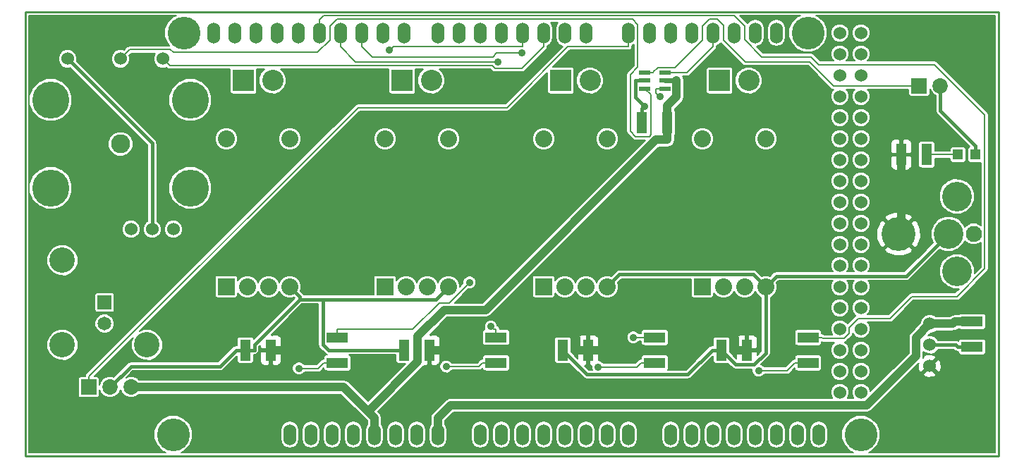
<source format=gtl>
G04 (created by PCBNEW (2013-jul-07)-stable) date Wed 28 May 2014 04:19:17 PM EDT*
%MOIN*%
G04 Gerber Fmt 3.4, Leading zero omitted, Abs format*
%FSLAX34Y34*%
G01*
G70*
G90*
G04 APERTURE LIST*
%ADD10C,0.00590551*%
%ADD11C,0.009*%
%ADD12C,0.155*%
%ADD13O,0.06X0.1*%
%ADD14C,0.06*%
%ADD15R,0.05X0.1*%
%ADD16R,0.1X0.05*%
%ADD17R,0.047X0.047*%
%ADD18C,0.076*%
%ADD19C,0.14*%
%ADD20C,0.16*%
%ADD21R,0.1X0.1*%
%ADD22C,0.1*%
%ADD23R,0.08X0.08*%
%ADD24C,0.08*%
%ADD25R,0.0524X0.022*%
%ADD26C,0.073*%
%ADD27R,0.073X0.073*%
%ADD28C,0.09*%
%ADD29C,0.175*%
%ADD30C,0.12*%
%ADD31R,0.065X0.065*%
%ADD32C,0.065*%
%ADD33C,0.035*%
%ADD34C,0.04*%
%ADD35C,0.0219921*%
%ADD36C,0.008*%
%ADD37C,0.016*%
G04 APERTURE END LIST*
G54D10*
G54D11*
X89500Y-51500D02*
X43500Y-51500D01*
X43500Y-30500D02*
X89500Y-30500D01*
X43500Y-30500D02*
X43500Y-51500D01*
X89500Y-51500D02*
X89500Y-30500D01*
G54D12*
X50500Y-50500D03*
X51000Y-31500D03*
X83000Y-50500D03*
X80500Y-31500D03*
G54D13*
X56000Y-50500D03*
X57000Y-50500D03*
X58000Y-50500D03*
X59000Y-50500D03*
X60000Y-50500D03*
X61000Y-50500D03*
X62000Y-50500D03*
X63000Y-50500D03*
X65000Y-50500D03*
X66000Y-50500D03*
X67000Y-50500D03*
X68000Y-50500D03*
X69000Y-50500D03*
X70000Y-50500D03*
X71000Y-50500D03*
X72000Y-50500D03*
X74000Y-50500D03*
X75000Y-50500D03*
X76000Y-50500D03*
X77000Y-50500D03*
X78000Y-50500D03*
X79000Y-50500D03*
X80000Y-50500D03*
X81000Y-50500D03*
X52400Y-31500D03*
X53400Y-31500D03*
X54400Y-31500D03*
X55400Y-31500D03*
X56400Y-31500D03*
X57400Y-31500D03*
X58400Y-31500D03*
X59400Y-31500D03*
X60400Y-31500D03*
X61400Y-31500D03*
X63000Y-31500D03*
X70000Y-31500D03*
X69000Y-31500D03*
X68000Y-31500D03*
X67000Y-31500D03*
X66000Y-31500D03*
X65000Y-31500D03*
X64000Y-31500D03*
X72000Y-31500D03*
X73000Y-31500D03*
X74000Y-31500D03*
X75000Y-31500D03*
X76000Y-31500D03*
X77000Y-31500D03*
X78000Y-31500D03*
X79000Y-31500D03*
G54D14*
X82000Y-31500D03*
X83000Y-31500D03*
X82000Y-32500D03*
X83000Y-32500D03*
X82000Y-33500D03*
X83000Y-33500D03*
X82000Y-34500D03*
X83000Y-34500D03*
X82000Y-35500D03*
X83000Y-35500D03*
X82000Y-36500D03*
X83000Y-36500D03*
X82000Y-37500D03*
X83000Y-37500D03*
X82000Y-38500D03*
X83000Y-38500D03*
X82000Y-39500D03*
X83000Y-39500D03*
X82000Y-40500D03*
X83000Y-40500D03*
X82000Y-41500D03*
X83000Y-41500D03*
X82000Y-42500D03*
X83000Y-42500D03*
X82000Y-43500D03*
X83000Y-43500D03*
X82000Y-44500D03*
X83000Y-44500D03*
X82000Y-45500D03*
X83000Y-45500D03*
X82000Y-46500D03*
X83000Y-46500D03*
X82000Y-47500D03*
X83000Y-47500D03*
X82000Y-48500D03*
X83000Y-48500D03*
G54D15*
X55100Y-46500D03*
X53900Y-46500D03*
G54D16*
X58250Y-47100D03*
X58250Y-45900D03*
G54D15*
X77600Y-46500D03*
X76400Y-46500D03*
X62600Y-46500D03*
X61400Y-46500D03*
X70100Y-46500D03*
X68900Y-46500D03*
G54D17*
X87585Y-37250D03*
X88415Y-37250D03*
G54D16*
X65750Y-47100D03*
X65750Y-45900D03*
X73250Y-47100D03*
X73250Y-45900D03*
X80500Y-47100D03*
X80500Y-45900D03*
G54D15*
X84900Y-37250D03*
X86100Y-37250D03*
G54D18*
X88320Y-41000D03*
G54D19*
X87140Y-41000D03*
G54D20*
X84780Y-41000D03*
G54D19*
X87530Y-39230D03*
X87530Y-42770D03*
G54D21*
X76311Y-33750D03*
G54D22*
X77689Y-33750D03*
G54D21*
X68811Y-33750D03*
G54D22*
X70189Y-33750D03*
G54D21*
X61311Y-33750D03*
G54D22*
X62689Y-33750D03*
G54D21*
X53811Y-33750D03*
G54D22*
X55189Y-33750D03*
G54D23*
X75500Y-43500D03*
G54D24*
X76500Y-43500D03*
X77500Y-43500D03*
X78500Y-43500D03*
X78500Y-36500D03*
X75500Y-36500D03*
G54D23*
X68000Y-43500D03*
G54D24*
X69000Y-43500D03*
X70000Y-43500D03*
X71000Y-43500D03*
X71000Y-36500D03*
X68000Y-36500D03*
G54D23*
X60500Y-43500D03*
G54D24*
X61500Y-43500D03*
X62500Y-43500D03*
X63500Y-43500D03*
X63500Y-36500D03*
X60500Y-36500D03*
G54D23*
X53000Y-43500D03*
G54D24*
X54000Y-43500D03*
X55000Y-43500D03*
X56000Y-43500D03*
X56000Y-36500D03*
X53000Y-36500D03*
G54D16*
X88250Y-45150D03*
X88250Y-46350D03*
G54D15*
X73850Y-35750D03*
X72650Y-35750D03*
G54D25*
X72778Y-33376D03*
X72778Y-33750D03*
X72778Y-34124D03*
X73722Y-34124D03*
X73722Y-33750D03*
X73722Y-33376D03*
G54D26*
X47500Y-48250D03*
X48500Y-48250D03*
G54D27*
X46500Y-48250D03*
G54D26*
X86750Y-34000D03*
G54D27*
X85750Y-34000D03*
G54D28*
X48000Y-36750D03*
G54D14*
X50500Y-40780D03*
X49500Y-40780D03*
X48500Y-40780D03*
X50000Y-32720D03*
X48000Y-32720D03*
X45500Y-32720D03*
G54D29*
X51300Y-34670D03*
X51300Y-38830D03*
X44700Y-34670D03*
X44700Y-38830D03*
G54D14*
X86250Y-46250D03*
X86250Y-45250D03*
X86250Y-47250D03*
G54D30*
X45250Y-46250D03*
X45250Y-42250D03*
G54D31*
X47250Y-44250D03*
G54D32*
X47250Y-45250D03*
G54D30*
X49250Y-46250D03*
G54D33*
X73509Y-34512D03*
X64498Y-43291D03*
X65503Y-45373D03*
X72236Y-45900D03*
X65821Y-32858D03*
X60716Y-32315D03*
X66961Y-32455D03*
X72756Y-34958D03*
X70571Y-47294D03*
X56432Y-47363D03*
X63395Y-47275D03*
X78164Y-47464D03*
X58500Y-42750D03*
X63395Y-46450D03*
X56276Y-45928D03*
G54D34*
X60000Y-50500D02*
X60000Y-49699D01*
X73850Y-35750D02*
X73850Y-36550D01*
X58550Y-48250D02*
X59698Y-49398D01*
X48500Y-48250D02*
X58550Y-48250D01*
X59698Y-49398D02*
X60000Y-49699D01*
X73307Y-36550D02*
X73850Y-36550D01*
X65260Y-44596D02*
X73307Y-36550D01*
X63303Y-44596D02*
X65260Y-44596D01*
X62049Y-45850D02*
X63303Y-44596D01*
X62049Y-47046D02*
X62049Y-45850D01*
X59698Y-49398D02*
X62049Y-47046D01*
G54D35*
X74284Y-33750D02*
X73722Y-33750D01*
G54D34*
X74284Y-34515D02*
X73850Y-34949D01*
X74284Y-33750D02*
X74284Y-34515D01*
X73850Y-35750D02*
X73850Y-34949D01*
G54D36*
X73319Y-34323D02*
X73509Y-34512D01*
X73319Y-34124D02*
X73319Y-34323D01*
X73722Y-34124D02*
X73319Y-34124D01*
X73722Y-33375D02*
X74124Y-33375D01*
X76000Y-31500D02*
X76000Y-32140D01*
X74764Y-33375D02*
X74124Y-33375D01*
X76000Y-32140D02*
X74764Y-33375D01*
X58250Y-45900D02*
X58250Y-45509D01*
X63533Y-44256D02*
X64498Y-43291D01*
X63054Y-44256D02*
X63533Y-44256D01*
X61801Y-45509D02*
X63054Y-44256D01*
X58250Y-45509D02*
X61801Y-45509D01*
X65750Y-45900D02*
X65750Y-45509D01*
X65639Y-45509D02*
X65503Y-45373D01*
X65750Y-45509D02*
X65639Y-45509D01*
X59118Y-32858D02*
X58400Y-32140D01*
X65821Y-32858D02*
X59118Y-32858D01*
X58400Y-31500D02*
X58400Y-32140D01*
X73250Y-45900D02*
X72236Y-45900D01*
X57597Y-30661D02*
X57400Y-30859D01*
X76999Y-30661D02*
X57597Y-30661D01*
X77500Y-31162D02*
X76999Y-30661D01*
X77500Y-31822D02*
X77500Y-31162D01*
X78309Y-32631D02*
X77500Y-31822D01*
X80636Y-32631D02*
X78309Y-32631D01*
X81005Y-33000D02*
X80636Y-32631D01*
X86475Y-33000D02*
X81005Y-33000D01*
X88842Y-35366D02*
X86475Y-33000D01*
X88842Y-42649D02*
X88842Y-35366D01*
X87527Y-43965D02*
X88842Y-42649D01*
X85401Y-43965D02*
X87527Y-43965D01*
X84366Y-45000D02*
X85401Y-43965D01*
X82876Y-45000D02*
X84366Y-45000D01*
X82440Y-45436D02*
X82876Y-45000D01*
X82440Y-45697D02*
X82440Y-45436D01*
X82187Y-45950D02*
X82440Y-45697D01*
X81190Y-45950D02*
X82187Y-45950D01*
X81140Y-45900D02*
X81190Y-45950D01*
X80500Y-45900D02*
X81140Y-45900D01*
X57400Y-31500D02*
X57400Y-30859D01*
X68000Y-31500D02*
X68000Y-32140D01*
X66966Y-33173D02*
X68000Y-32140D01*
X65691Y-33173D02*
X66966Y-33173D01*
X65559Y-33041D02*
X65691Y-33173D01*
X50321Y-33041D02*
X65559Y-33041D01*
X50000Y-32720D02*
X50321Y-33041D01*
X60892Y-32140D02*
X67000Y-32140D01*
X60716Y-32315D02*
X60892Y-32140D01*
X67000Y-31500D02*
X67000Y-32140D01*
X48441Y-32278D02*
X48000Y-32720D01*
X50350Y-32278D02*
X48441Y-32278D01*
X50490Y-32418D02*
X50350Y-32278D01*
X57318Y-32418D02*
X50490Y-32418D01*
X57900Y-31837D02*
X57318Y-32418D01*
X57900Y-31165D02*
X57900Y-31837D01*
X58223Y-30842D02*
X57900Y-31165D01*
X72192Y-30842D02*
X58223Y-30842D01*
X72448Y-31098D02*
X72192Y-30842D01*
X72448Y-33112D02*
X72448Y-31098D01*
X72091Y-33469D02*
X72448Y-33112D01*
X72091Y-36141D02*
X72091Y-33469D01*
X72340Y-36390D02*
X72091Y-36141D01*
X72986Y-36390D02*
X72340Y-36390D01*
X73072Y-36303D02*
X72986Y-36390D01*
X73072Y-34418D02*
X73072Y-36303D01*
X72777Y-34124D02*
X73072Y-34418D01*
X59400Y-31500D02*
X59400Y-32140D01*
X65778Y-32455D02*
X66961Y-32455D01*
X65603Y-32630D02*
X65778Y-32455D01*
X59890Y-32630D02*
X65603Y-32630D01*
X59400Y-32140D02*
X59890Y-32630D01*
X72777Y-33375D02*
X73180Y-33375D01*
X81705Y-34000D02*
X85750Y-34000D01*
X80581Y-32875D02*
X81705Y-34000D01*
X77522Y-32875D02*
X80581Y-32875D01*
X76500Y-31853D02*
X77522Y-32875D01*
X76500Y-31152D02*
X76500Y-31853D01*
X76189Y-30842D02*
X76500Y-31152D01*
X75835Y-30842D02*
X76189Y-30842D01*
X75500Y-31177D02*
X75835Y-30842D01*
X75500Y-31842D02*
X75500Y-31177D01*
X74216Y-33125D02*
X75500Y-31842D01*
X73398Y-33125D02*
X74216Y-33125D01*
X73180Y-33344D02*
X73398Y-33125D01*
X73180Y-33375D02*
X73180Y-33344D01*
X69149Y-32140D02*
X72000Y-32140D01*
X66266Y-35023D02*
X69149Y-32140D01*
X59221Y-35023D02*
X66266Y-35023D01*
X46500Y-47744D02*
X59221Y-35023D01*
X46500Y-48250D02*
X46500Y-47744D01*
X72000Y-31500D02*
X72000Y-32140D01*
G54D34*
X63000Y-50500D02*
X63000Y-49699D01*
X88250Y-45150D02*
X87449Y-45150D01*
X85597Y-45902D02*
X86250Y-45250D01*
X85597Y-46764D02*
X85597Y-45902D01*
X83256Y-49105D02*
X85597Y-46764D01*
X63594Y-49105D02*
X83256Y-49105D01*
X63000Y-49699D02*
X63594Y-49105D01*
X87349Y-45250D02*
X87449Y-45150D01*
X86250Y-45250D02*
X87349Y-45250D01*
G54D37*
X87469Y-46250D02*
X87569Y-46350D01*
X86250Y-46250D02*
X87469Y-46250D01*
X88250Y-46350D02*
X87569Y-46350D01*
X86750Y-35169D02*
X88415Y-36834D01*
X86750Y-34000D02*
X86750Y-35169D01*
X88415Y-37250D02*
X88415Y-36834D01*
X76400Y-46500D02*
X75969Y-46500D01*
X52710Y-47259D02*
X53469Y-46500D01*
X48490Y-47259D02*
X52710Y-47259D01*
X47500Y-48250D02*
X48490Y-47259D01*
X53900Y-46500D02*
X53469Y-46500D01*
X53900Y-46500D02*
X54330Y-46500D01*
X56485Y-43985D02*
X56000Y-43500D01*
X56485Y-44090D02*
X56485Y-43985D01*
X54330Y-46245D02*
X54330Y-46500D01*
X56485Y-44090D02*
X54330Y-46245D01*
X71580Y-42919D02*
X71000Y-43500D01*
X77919Y-42919D02*
X71580Y-42919D01*
X78500Y-43500D02*
X77919Y-42919D01*
X49500Y-36720D02*
X45500Y-32720D01*
X49500Y-40780D02*
X49500Y-36720D01*
X74819Y-47650D02*
X75969Y-46500D01*
X70050Y-47650D02*
X74819Y-47650D01*
X68900Y-46500D02*
X70050Y-47650D01*
X57822Y-46500D02*
X61400Y-46500D01*
X57565Y-46243D02*
X57822Y-46500D01*
X57565Y-44090D02*
X57565Y-46243D01*
X62909Y-44090D02*
X57565Y-44090D01*
X63500Y-43500D02*
X62909Y-44090D01*
X57565Y-44090D02*
X56485Y-44090D01*
X72650Y-35064D02*
X72756Y-34958D01*
X72650Y-35750D02*
X72650Y-35064D01*
X72335Y-34537D02*
X72756Y-34958D01*
X72335Y-33750D02*
X72335Y-34537D01*
X72777Y-33750D02*
X72335Y-33750D01*
X79000Y-43000D02*
X78500Y-43500D01*
X85140Y-43000D02*
X79000Y-43000D01*
X87140Y-41000D02*
X85140Y-43000D01*
X77080Y-47180D02*
X76400Y-46500D01*
X77946Y-47180D02*
X77080Y-47180D01*
X78500Y-46626D02*
X77946Y-47180D01*
X78500Y-43500D02*
X78500Y-46626D01*
G54D36*
X87585Y-37250D02*
X86100Y-37250D01*
X73250Y-47100D02*
X72609Y-47100D01*
X72414Y-47294D02*
X72609Y-47100D01*
X70571Y-47294D02*
X72414Y-47294D01*
X57346Y-47363D02*
X57609Y-47100D01*
X56432Y-47363D02*
X57346Y-47363D01*
X58250Y-47100D02*
X57609Y-47100D01*
X64934Y-47275D02*
X65109Y-47100D01*
X63395Y-47275D02*
X64934Y-47275D01*
X65750Y-47100D02*
X65109Y-47100D01*
X80500Y-47100D02*
X79859Y-47100D01*
X79494Y-47464D02*
X78164Y-47464D01*
X79859Y-47100D02*
X79494Y-47464D01*
G54D34*
X70100Y-46500D02*
X70650Y-46500D01*
X70100Y-46500D02*
X69549Y-46500D01*
X77600Y-46500D02*
X77049Y-46500D01*
X63345Y-46500D02*
X62600Y-46500D01*
X63395Y-46450D02*
X63345Y-46500D01*
X84900Y-40880D02*
X84900Y-37250D01*
X84780Y-41000D02*
X84900Y-40880D01*
X56221Y-45928D02*
X55650Y-46500D01*
X56276Y-45928D02*
X56221Y-45928D01*
X55100Y-46500D02*
X55650Y-46500D01*
X69549Y-45949D02*
X69549Y-46500D01*
X69279Y-45679D02*
X69549Y-45949D01*
X68076Y-45679D02*
X69279Y-45679D01*
X67305Y-46450D02*
X68076Y-45679D01*
X63395Y-46450D02*
X67305Y-46450D01*
X77049Y-45949D02*
X77049Y-46500D01*
X76442Y-45342D02*
X77049Y-45949D01*
X71807Y-45342D02*
X76442Y-45342D01*
X70650Y-46500D02*
X71807Y-45342D01*
G54D10*
G36*
X61475Y-47140D02*
X59698Y-48917D01*
X58790Y-48009D01*
X58680Y-47935D01*
X58550Y-47910D01*
X55590Y-47910D01*
X55590Y-46952D01*
X55590Y-46620D01*
X55530Y-46560D01*
X55160Y-46560D01*
X55160Y-47180D01*
X55220Y-47240D01*
X55397Y-47240D01*
X55485Y-47203D01*
X55553Y-47136D01*
X55589Y-47047D01*
X55590Y-46952D01*
X55590Y-47910D01*
X55040Y-47910D01*
X55040Y-47180D01*
X55040Y-46560D01*
X54670Y-46560D01*
X54610Y-46620D01*
X54609Y-46952D01*
X54610Y-47047D01*
X54646Y-47136D01*
X54714Y-47203D01*
X54802Y-47240D01*
X54980Y-47240D01*
X55040Y-47180D01*
X55040Y-47910D01*
X48874Y-47910D01*
X48786Y-47822D01*
X48600Y-47745D01*
X48399Y-47744D01*
X48257Y-47803D01*
X48581Y-47479D01*
X52710Y-47479D01*
X52794Y-47462D01*
X52794Y-47462D01*
X52865Y-47415D01*
X53509Y-46771D01*
X53509Y-47027D01*
X53531Y-47079D01*
X53570Y-47118D01*
X53622Y-47139D01*
X53677Y-47140D01*
X54177Y-47140D01*
X54229Y-47118D01*
X54268Y-47079D01*
X54289Y-47027D01*
X54290Y-46972D01*
X54290Y-46720D01*
X54330Y-46720D01*
X54414Y-46703D01*
X54485Y-46655D01*
X54533Y-46584D01*
X54550Y-46500D01*
X54550Y-46336D01*
X54609Y-46276D01*
X54610Y-46380D01*
X54670Y-46440D01*
X55040Y-46440D01*
X55040Y-46432D01*
X55160Y-46432D01*
X55160Y-46440D01*
X55530Y-46440D01*
X55590Y-46380D01*
X55590Y-46047D01*
X55589Y-45952D01*
X55553Y-45863D01*
X55485Y-45796D01*
X55397Y-45759D01*
X55220Y-45760D01*
X55160Y-45819D01*
X55160Y-45760D01*
X55126Y-45760D01*
X56576Y-44310D01*
X57345Y-44310D01*
X57345Y-46243D01*
X57362Y-46327D01*
X57410Y-46398D01*
X57666Y-46655D01*
X57666Y-46655D01*
X57738Y-46703D01*
X57772Y-46709D01*
X57722Y-46709D01*
X57670Y-46731D01*
X57631Y-46770D01*
X57610Y-46822D01*
X57609Y-46877D01*
X57609Y-46920D01*
X57609Y-46920D01*
X57540Y-46933D01*
X57482Y-46972D01*
X57271Y-47183D01*
X56698Y-47183D01*
X56611Y-47096D01*
X56495Y-47048D01*
X56370Y-47048D01*
X56254Y-47096D01*
X56166Y-47184D01*
X56117Y-47300D01*
X56117Y-47425D01*
X56165Y-47541D01*
X56254Y-47630D01*
X56369Y-47678D01*
X56495Y-47678D01*
X56611Y-47630D01*
X56698Y-47543D01*
X57346Y-47543D01*
X57415Y-47529D01*
X57473Y-47490D01*
X57609Y-47354D01*
X57609Y-47377D01*
X57631Y-47429D01*
X57670Y-47468D01*
X57722Y-47489D01*
X57777Y-47490D01*
X58777Y-47490D01*
X58829Y-47468D01*
X58868Y-47429D01*
X58889Y-47377D01*
X58890Y-47322D01*
X58890Y-46822D01*
X58868Y-46770D01*
X58829Y-46731D01*
X58801Y-46720D01*
X61009Y-46720D01*
X61009Y-47027D01*
X61031Y-47079D01*
X61070Y-47118D01*
X61122Y-47139D01*
X61177Y-47140D01*
X61475Y-47140D01*
X61475Y-47140D01*
G37*
G54D36*
X61475Y-47140D02*
X59698Y-48917D01*
X58790Y-48009D01*
X58680Y-47935D01*
X58550Y-47910D01*
X55590Y-47910D01*
X55590Y-46952D01*
X55590Y-46620D01*
X55530Y-46560D01*
X55160Y-46560D01*
X55160Y-47180D01*
X55220Y-47240D01*
X55397Y-47240D01*
X55485Y-47203D01*
X55553Y-47136D01*
X55589Y-47047D01*
X55590Y-46952D01*
X55590Y-47910D01*
X55040Y-47910D01*
X55040Y-47180D01*
X55040Y-46560D01*
X54670Y-46560D01*
X54610Y-46620D01*
X54609Y-46952D01*
X54610Y-47047D01*
X54646Y-47136D01*
X54714Y-47203D01*
X54802Y-47240D01*
X54980Y-47240D01*
X55040Y-47180D01*
X55040Y-47910D01*
X48874Y-47910D01*
X48786Y-47822D01*
X48600Y-47745D01*
X48399Y-47744D01*
X48257Y-47803D01*
X48581Y-47479D01*
X52710Y-47479D01*
X52794Y-47462D01*
X52794Y-47462D01*
X52865Y-47415D01*
X53509Y-46771D01*
X53509Y-47027D01*
X53531Y-47079D01*
X53570Y-47118D01*
X53622Y-47139D01*
X53677Y-47140D01*
X54177Y-47140D01*
X54229Y-47118D01*
X54268Y-47079D01*
X54289Y-47027D01*
X54290Y-46972D01*
X54290Y-46720D01*
X54330Y-46720D01*
X54414Y-46703D01*
X54485Y-46655D01*
X54533Y-46584D01*
X54550Y-46500D01*
X54550Y-46336D01*
X54609Y-46276D01*
X54610Y-46380D01*
X54670Y-46440D01*
X55040Y-46440D01*
X55040Y-46432D01*
X55160Y-46432D01*
X55160Y-46440D01*
X55530Y-46440D01*
X55590Y-46380D01*
X55590Y-46047D01*
X55589Y-45952D01*
X55553Y-45863D01*
X55485Y-45796D01*
X55397Y-45759D01*
X55220Y-45760D01*
X55160Y-45819D01*
X55160Y-45760D01*
X55126Y-45760D01*
X56576Y-44310D01*
X57345Y-44310D01*
X57345Y-46243D01*
X57362Y-46327D01*
X57410Y-46398D01*
X57666Y-46655D01*
X57666Y-46655D01*
X57738Y-46703D01*
X57772Y-46709D01*
X57722Y-46709D01*
X57670Y-46731D01*
X57631Y-46770D01*
X57610Y-46822D01*
X57609Y-46877D01*
X57609Y-46920D01*
X57609Y-46920D01*
X57540Y-46933D01*
X57482Y-46972D01*
X57271Y-47183D01*
X56698Y-47183D01*
X56611Y-47096D01*
X56495Y-47048D01*
X56370Y-47048D01*
X56254Y-47096D01*
X56166Y-47184D01*
X56117Y-47300D01*
X56117Y-47425D01*
X56165Y-47541D01*
X56254Y-47630D01*
X56369Y-47678D01*
X56495Y-47678D01*
X56611Y-47630D01*
X56698Y-47543D01*
X57346Y-47543D01*
X57415Y-47529D01*
X57473Y-47490D01*
X57609Y-47354D01*
X57609Y-47377D01*
X57631Y-47429D01*
X57670Y-47468D01*
X57722Y-47489D01*
X57777Y-47490D01*
X58777Y-47490D01*
X58829Y-47468D01*
X58868Y-47429D01*
X58889Y-47377D01*
X58890Y-47322D01*
X58890Y-46822D01*
X58868Y-46770D01*
X58829Y-46731D01*
X58801Y-46720D01*
X61009Y-46720D01*
X61009Y-47027D01*
X61031Y-47079D01*
X61070Y-47118D01*
X61122Y-47139D01*
X61177Y-47140D01*
X61475Y-47140D01*
G54D10*
G36*
X72806Y-36570D02*
X71540Y-37836D01*
X71540Y-36393D01*
X71458Y-36194D01*
X71306Y-36042D01*
X71107Y-35960D01*
X70893Y-35959D01*
X70829Y-35986D01*
X70829Y-33623D01*
X70731Y-33387D01*
X70552Y-33207D01*
X70316Y-33110D01*
X70062Y-33109D01*
X69826Y-33207D01*
X69646Y-33386D01*
X69549Y-33622D01*
X69548Y-33876D01*
X69646Y-34112D01*
X69825Y-34292D01*
X70061Y-34389D01*
X70315Y-34390D01*
X70551Y-34292D01*
X70731Y-34113D01*
X70828Y-33877D01*
X70829Y-33623D01*
X70829Y-35986D01*
X70694Y-36041D01*
X70542Y-36193D01*
X70460Y-36392D01*
X70459Y-36606D01*
X70541Y-36805D01*
X70693Y-36957D01*
X70892Y-37039D01*
X71106Y-37040D01*
X71305Y-36958D01*
X71457Y-36806D01*
X71539Y-36607D01*
X71540Y-36393D01*
X71540Y-37836D01*
X68540Y-40836D01*
X68540Y-36393D01*
X68458Y-36194D01*
X68306Y-36042D01*
X68107Y-35960D01*
X67893Y-35959D01*
X67694Y-36041D01*
X67542Y-36193D01*
X67460Y-36392D01*
X67459Y-36606D01*
X67541Y-36805D01*
X67693Y-36957D01*
X67892Y-37039D01*
X68106Y-37040D01*
X68305Y-36958D01*
X68457Y-36806D01*
X68539Y-36607D01*
X68540Y-36393D01*
X68540Y-40836D01*
X65119Y-44256D01*
X63787Y-44256D01*
X64438Y-43606D01*
X64560Y-43606D01*
X64676Y-43558D01*
X64765Y-43469D01*
X64813Y-43354D01*
X64813Y-43228D01*
X64765Y-43112D01*
X64677Y-43024D01*
X64561Y-42976D01*
X64436Y-42976D01*
X64320Y-43023D01*
X64231Y-43112D01*
X64183Y-43228D01*
X64183Y-43351D01*
X64040Y-43495D01*
X64040Y-43393D01*
X64040Y-36393D01*
X63958Y-36194D01*
X63806Y-36042D01*
X63607Y-35960D01*
X63393Y-35959D01*
X63194Y-36041D01*
X63042Y-36193D01*
X62960Y-36392D01*
X62959Y-36606D01*
X63041Y-36805D01*
X63193Y-36957D01*
X63392Y-37039D01*
X63606Y-37040D01*
X63805Y-36958D01*
X63957Y-36806D01*
X64039Y-36607D01*
X64040Y-36393D01*
X64040Y-43393D01*
X63958Y-43194D01*
X63806Y-43042D01*
X63607Y-42960D01*
X63393Y-42959D01*
X63194Y-43041D01*
X63042Y-43193D01*
X62999Y-43296D01*
X62958Y-43194D01*
X62806Y-43042D01*
X62607Y-42960D01*
X62393Y-42959D01*
X62194Y-43041D01*
X62042Y-43193D01*
X61999Y-43296D01*
X61958Y-43194D01*
X61806Y-43042D01*
X61607Y-42960D01*
X61393Y-42959D01*
X61194Y-43041D01*
X61042Y-43193D01*
X61040Y-43199D01*
X61040Y-36393D01*
X60958Y-36194D01*
X60806Y-36042D01*
X60607Y-35960D01*
X60393Y-35959D01*
X60194Y-36041D01*
X60042Y-36193D01*
X59960Y-36392D01*
X59959Y-36606D01*
X60041Y-36805D01*
X60193Y-36957D01*
X60392Y-37039D01*
X60606Y-37040D01*
X60805Y-36958D01*
X60957Y-36806D01*
X61039Y-36607D01*
X61040Y-36393D01*
X61040Y-43199D01*
X61040Y-43199D01*
X61040Y-43072D01*
X61018Y-43020D01*
X60979Y-42981D01*
X60927Y-42960D01*
X60872Y-42959D01*
X60072Y-42959D01*
X60020Y-42981D01*
X59981Y-43020D01*
X59960Y-43072D01*
X59959Y-43127D01*
X59959Y-43870D01*
X57565Y-43870D01*
X56667Y-43870D01*
X56640Y-43829D01*
X56640Y-43829D01*
X56504Y-43693D01*
X56539Y-43607D01*
X56540Y-43393D01*
X56458Y-43194D01*
X56306Y-43042D01*
X56107Y-42960D01*
X55893Y-42959D01*
X55694Y-43041D01*
X55542Y-43193D01*
X55499Y-43296D01*
X55458Y-43194D01*
X55306Y-43042D01*
X55107Y-42960D01*
X54893Y-42959D01*
X54694Y-43041D01*
X54542Y-43193D01*
X54499Y-43296D01*
X54458Y-43194D01*
X54306Y-43042D01*
X54107Y-42960D01*
X53893Y-42959D01*
X53694Y-43041D01*
X53542Y-43193D01*
X53540Y-43199D01*
X53540Y-43072D01*
X53518Y-43020D01*
X53479Y-42981D01*
X53427Y-42960D01*
X53372Y-42959D01*
X52572Y-42959D01*
X52520Y-42981D01*
X52481Y-43020D01*
X52460Y-43072D01*
X52459Y-43127D01*
X52459Y-43927D01*
X52481Y-43979D01*
X52520Y-44018D01*
X52572Y-44039D01*
X52627Y-44040D01*
X53427Y-44040D01*
X53479Y-44018D01*
X53518Y-43979D01*
X53539Y-43927D01*
X53540Y-43872D01*
X53540Y-43800D01*
X53541Y-43805D01*
X53693Y-43957D01*
X53892Y-44039D01*
X54106Y-44040D01*
X54305Y-43958D01*
X54457Y-43806D01*
X54500Y-43703D01*
X54541Y-43805D01*
X54693Y-43957D01*
X54892Y-44039D01*
X55106Y-44040D01*
X55305Y-43958D01*
X55457Y-43806D01*
X55500Y-43703D01*
X55541Y-43805D01*
X55693Y-43957D01*
X55892Y-44039D01*
X56106Y-44040D01*
X56193Y-44004D01*
X56226Y-44037D01*
X54290Y-45974D01*
X54290Y-45972D01*
X54268Y-45920D01*
X54229Y-45881D01*
X54177Y-45860D01*
X54122Y-45859D01*
X53622Y-45859D01*
X53570Y-45881D01*
X53531Y-45920D01*
X53510Y-45972D01*
X53509Y-46027D01*
X53509Y-46280D01*
X53469Y-46280D01*
X53385Y-46296D01*
X53314Y-46344D01*
X52619Y-47039D01*
X48490Y-47039D01*
X48406Y-47056D01*
X48334Y-47104D01*
X47666Y-47772D01*
X47600Y-47745D01*
X47399Y-47744D01*
X47214Y-47821D01*
X47072Y-47963D01*
X47005Y-48125D01*
X47005Y-47857D01*
X46983Y-47805D01*
X46944Y-47766D01*
X46892Y-47745D01*
X46837Y-47744D01*
X46754Y-47744D01*
X48590Y-45909D01*
X48510Y-46102D01*
X48509Y-46396D01*
X48622Y-46668D01*
X48830Y-46876D01*
X49102Y-46989D01*
X49396Y-46990D01*
X49668Y-46877D01*
X49876Y-46669D01*
X49989Y-46397D01*
X49990Y-46103D01*
X49877Y-45831D01*
X49669Y-45623D01*
X49397Y-45510D01*
X49103Y-45509D01*
X48909Y-45590D01*
X59296Y-35203D01*
X66266Y-35203D01*
X66335Y-35189D01*
X66394Y-35150D01*
X68170Y-33373D01*
X68170Y-34277D01*
X68192Y-34329D01*
X68231Y-34368D01*
X68283Y-34389D01*
X68338Y-34390D01*
X69338Y-34390D01*
X69390Y-34368D01*
X69429Y-34329D01*
X69450Y-34277D01*
X69451Y-34222D01*
X69451Y-33222D01*
X69429Y-33170D01*
X69390Y-33131D01*
X69338Y-33110D01*
X69283Y-33109D01*
X68434Y-33109D01*
X69224Y-32320D01*
X72000Y-32320D01*
X72068Y-32306D01*
X72127Y-32267D01*
X72166Y-32209D01*
X72180Y-32140D01*
X72180Y-32111D01*
X72268Y-32052D01*
X72268Y-33038D01*
X71964Y-33342D01*
X71925Y-33400D01*
X71911Y-33469D01*
X71911Y-36141D01*
X71925Y-36210D01*
X71964Y-36268D01*
X72213Y-36517D01*
X72213Y-36517D01*
X72252Y-36543D01*
X72271Y-36556D01*
X72271Y-36556D01*
X72340Y-36570D01*
X72340Y-36570D01*
X72806Y-36570D01*
X72806Y-36570D01*
G37*
G54D36*
X72806Y-36570D02*
X71540Y-37836D01*
X71540Y-36393D01*
X71458Y-36194D01*
X71306Y-36042D01*
X71107Y-35960D01*
X70893Y-35959D01*
X70829Y-35986D01*
X70829Y-33623D01*
X70731Y-33387D01*
X70552Y-33207D01*
X70316Y-33110D01*
X70062Y-33109D01*
X69826Y-33207D01*
X69646Y-33386D01*
X69549Y-33622D01*
X69548Y-33876D01*
X69646Y-34112D01*
X69825Y-34292D01*
X70061Y-34389D01*
X70315Y-34390D01*
X70551Y-34292D01*
X70731Y-34113D01*
X70828Y-33877D01*
X70829Y-33623D01*
X70829Y-35986D01*
X70694Y-36041D01*
X70542Y-36193D01*
X70460Y-36392D01*
X70459Y-36606D01*
X70541Y-36805D01*
X70693Y-36957D01*
X70892Y-37039D01*
X71106Y-37040D01*
X71305Y-36958D01*
X71457Y-36806D01*
X71539Y-36607D01*
X71540Y-36393D01*
X71540Y-37836D01*
X68540Y-40836D01*
X68540Y-36393D01*
X68458Y-36194D01*
X68306Y-36042D01*
X68107Y-35960D01*
X67893Y-35959D01*
X67694Y-36041D01*
X67542Y-36193D01*
X67460Y-36392D01*
X67459Y-36606D01*
X67541Y-36805D01*
X67693Y-36957D01*
X67892Y-37039D01*
X68106Y-37040D01*
X68305Y-36958D01*
X68457Y-36806D01*
X68539Y-36607D01*
X68540Y-36393D01*
X68540Y-40836D01*
X65119Y-44256D01*
X63787Y-44256D01*
X64438Y-43606D01*
X64560Y-43606D01*
X64676Y-43558D01*
X64765Y-43469D01*
X64813Y-43354D01*
X64813Y-43228D01*
X64765Y-43112D01*
X64677Y-43024D01*
X64561Y-42976D01*
X64436Y-42976D01*
X64320Y-43023D01*
X64231Y-43112D01*
X64183Y-43228D01*
X64183Y-43351D01*
X64040Y-43495D01*
X64040Y-43393D01*
X64040Y-36393D01*
X63958Y-36194D01*
X63806Y-36042D01*
X63607Y-35960D01*
X63393Y-35959D01*
X63194Y-36041D01*
X63042Y-36193D01*
X62960Y-36392D01*
X62959Y-36606D01*
X63041Y-36805D01*
X63193Y-36957D01*
X63392Y-37039D01*
X63606Y-37040D01*
X63805Y-36958D01*
X63957Y-36806D01*
X64039Y-36607D01*
X64040Y-36393D01*
X64040Y-43393D01*
X63958Y-43194D01*
X63806Y-43042D01*
X63607Y-42960D01*
X63393Y-42959D01*
X63194Y-43041D01*
X63042Y-43193D01*
X62999Y-43296D01*
X62958Y-43194D01*
X62806Y-43042D01*
X62607Y-42960D01*
X62393Y-42959D01*
X62194Y-43041D01*
X62042Y-43193D01*
X61999Y-43296D01*
X61958Y-43194D01*
X61806Y-43042D01*
X61607Y-42960D01*
X61393Y-42959D01*
X61194Y-43041D01*
X61042Y-43193D01*
X61040Y-43199D01*
X61040Y-36393D01*
X60958Y-36194D01*
X60806Y-36042D01*
X60607Y-35960D01*
X60393Y-35959D01*
X60194Y-36041D01*
X60042Y-36193D01*
X59960Y-36392D01*
X59959Y-36606D01*
X60041Y-36805D01*
X60193Y-36957D01*
X60392Y-37039D01*
X60606Y-37040D01*
X60805Y-36958D01*
X60957Y-36806D01*
X61039Y-36607D01*
X61040Y-36393D01*
X61040Y-43199D01*
X61040Y-43199D01*
X61040Y-43072D01*
X61018Y-43020D01*
X60979Y-42981D01*
X60927Y-42960D01*
X60872Y-42959D01*
X60072Y-42959D01*
X60020Y-42981D01*
X59981Y-43020D01*
X59960Y-43072D01*
X59959Y-43127D01*
X59959Y-43870D01*
X57565Y-43870D01*
X56667Y-43870D01*
X56640Y-43829D01*
X56640Y-43829D01*
X56504Y-43693D01*
X56539Y-43607D01*
X56540Y-43393D01*
X56458Y-43194D01*
X56306Y-43042D01*
X56107Y-42960D01*
X55893Y-42959D01*
X55694Y-43041D01*
X55542Y-43193D01*
X55499Y-43296D01*
X55458Y-43194D01*
X55306Y-43042D01*
X55107Y-42960D01*
X54893Y-42959D01*
X54694Y-43041D01*
X54542Y-43193D01*
X54499Y-43296D01*
X54458Y-43194D01*
X54306Y-43042D01*
X54107Y-42960D01*
X53893Y-42959D01*
X53694Y-43041D01*
X53542Y-43193D01*
X53540Y-43199D01*
X53540Y-43072D01*
X53518Y-43020D01*
X53479Y-42981D01*
X53427Y-42960D01*
X53372Y-42959D01*
X52572Y-42959D01*
X52520Y-42981D01*
X52481Y-43020D01*
X52460Y-43072D01*
X52459Y-43127D01*
X52459Y-43927D01*
X52481Y-43979D01*
X52520Y-44018D01*
X52572Y-44039D01*
X52627Y-44040D01*
X53427Y-44040D01*
X53479Y-44018D01*
X53518Y-43979D01*
X53539Y-43927D01*
X53540Y-43872D01*
X53540Y-43800D01*
X53541Y-43805D01*
X53693Y-43957D01*
X53892Y-44039D01*
X54106Y-44040D01*
X54305Y-43958D01*
X54457Y-43806D01*
X54500Y-43703D01*
X54541Y-43805D01*
X54693Y-43957D01*
X54892Y-44039D01*
X55106Y-44040D01*
X55305Y-43958D01*
X55457Y-43806D01*
X55500Y-43703D01*
X55541Y-43805D01*
X55693Y-43957D01*
X55892Y-44039D01*
X56106Y-44040D01*
X56193Y-44004D01*
X56226Y-44037D01*
X54290Y-45974D01*
X54290Y-45972D01*
X54268Y-45920D01*
X54229Y-45881D01*
X54177Y-45860D01*
X54122Y-45859D01*
X53622Y-45859D01*
X53570Y-45881D01*
X53531Y-45920D01*
X53510Y-45972D01*
X53509Y-46027D01*
X53509Y-46280D01*
X53469Y-46280D01*
X53385Y-46296D01*
X53314Y-46344D01*
X52619Y-47039D01*
X48490Y-47039D01*
X48406Y-47056D01*
X48334Y-47104D01*
X47666Y-47772D01*
X47600Y-47745D01*
X47399Y-47744D01*
X47214Y-47821D01*
X47072Y-47963D01*
X47005Y-48125D01*
X47005Y-47857D01*
X46983Y-47805D01*
X46944Y-47766D01*
X46892Y-47745D01*
X46837Y-47744D01*
X46754Y-47744D01*
X48590Y-45909D01*
X48510Y-46102D01*
X48509Y-46396D01*
X48622Y-46668D01*
X48830Y-46876D01*
X49102Y-46989D01*
X49396Y-46990D01*
X49668Y-46877D01*
X49876Y-46669D01*
X49989Y-46397D01*
X49990Y-46103D01*
X49877Y-45831D01*
X49669Y-45623D01*
X49397Y-45510D01*
X49103Y-45509D01*
X48909Y-45590D01*
X59296Y-35203D01*
X66266Y-35203D01*
X66335Y-35189D01*
X66394Y-35150D01*
X68170Y-33373D01*
X68170Y-34277D01*
X68192Y-34329D01*
X68231Y-34368D01*
X68283Y-34389D01*
X68338Y-34390D01*
X69338Y-34390D01*
X69390Y-34368D01*
X69429Y-34329D01*
X69450Y-34277D01*
X69451Y-34222D01*
X69451Y-33222D01*
X69429Y-33170D01*
X69390Y-33131D01*
X69338Y-33110D01*
X69283Y-33109D01*
X68434Y-33109D01*
X69224Y-32320D01*
X72000Y-32320D01*
X72068Y-32306D01*
X72127Y-32267D01*
X72166Y-32209D01*
X72180Y-32140D01*
X72180Y-32111D01*
X72268Y-32052D01*
X72268Y-33038D01*
X71964Y-33342D01*
X71925Y-33400D01*
X71911Y-33469D01*
X71911Y-36141D01*
X71925Y-36210D01*
X71964Y-36268D01*
X72213Y-36517D01*
X72213Y-36517D01*
X72252Y-36543D01*
X72271Y-36556D01*
X72271Y-36556D01*
X72340Y-36570D01*
X72340Y-36570D01*
X72806Y-36570D01*
G54D10*
G36*
X89335Y-51335D02*
X88890Y-51335D01*
X88890Y-46572D01*
X88890Y-46072D01*
X88868Y-46020D01*
X88829Y-45981D01*
X88777Y-45960D01*
X88722Y-45959D01*
X87722Y-45959D01*
X87670Y-45981D01*
X87631Y-46020D01*
X87610Y-46072D01*
X87610Y-46084D01*
X87554Y-46046D01*
X87469Y-46030D01*
X86635Y-46030D01*
X86623Y-46001D01*
X86499Y-45877D01*
X86337Y-45810D01*
X86170Y-45809D01*
X86290Y-45690D01*
X86337Y-45690D01*
X86498Y-45623D01*
X86532Y-45590D01*
X87349Y-45590D01*
X87349Y-45589D01*
X87479Y-45564D01*
X87590Y-45490D01*
X87590Y-45490D01*
X87642Y-45490D01*
X87670Y-45518D01*
X87722Y-45539D01*
X87777Y-45540D01*
X88777Y-45540D01*
X88829Y-45518D01*
X88868Y-45479D01*
X88889Y-45427D01*
X88890Y-45372D01*
X88890Y-44872D01*
X88868Y-44820D01*
X88829Y-44781D01*
X88777Y-44760D01*
X88722Y-44759D01*
X87722Y-44759D01*
X87670Y-44781D01*
X87641Y-44810D01*
X87449Y-44810D01*
X87341Y-44831D01*
X87319Y-44835D01*
X87209Y-44909D01*
X87209Y-44910D01*
X86532Y-44910D01*
X86499Y-44877D01*
X86337Y-44810D01*
X86162Y-44809D01*
X86001Y-44876D01*
X85877Y-45000D01*
X85810Y-45162D01*
X85810Y-45209D01*
X85356Y-45662D01*
X85283Y-45772D01*
X85257Y-45902D01*
X85257Y-46623D01*
X83440Y-48440D01*
X83440Y-48412D01*
X83440Y-47412D01*
X83440Y-46412D01*
X83373Y-46251D01*
X83249Y-46127D01*
X83087Y-46060D01*
X82912Y-46059D01*
X82751Y-46126D01*
X82627Y-46250D01*
X82560Y-46412D01*
X82559Y-46587D01*
X82626Y-46748D01*
X82750Y-46872D01*
X82912Y-46939D01*
X83087Y-46940D01*
X83248Y-46873D01*
X83372Y-46749D01*
X83439Y-46587D01*
X83440Y-46412D01*
X83440Y-47412D01*
X83373Y-47251D01*
X83249Y-47127D01*
X83087Y-47060D01*
X82912Y-47059D01*
X82751Y-47126D01*
X82627Y-47250D01*
X82560Y-47412D01*
X82559Y-47587D01*
X82626Y-47748D01*
X82750Y-47872D01*
X82912Y-47939D01*
X83087Y-47940D01*
X83248Y-47873D01*
X83372Y-47749D01*
X83439Y-47587D01*
X83440Y-47412D01*
X83440Y-48412D01*
X83373Y-48251D01*
X83249Y-48127D01*
X83087Y-48060D01*
X82912Y-48059D01*
X82751Y-48126D01*
X82627Y-48250D01*
X82560Y-48412D01*
X82559Y-48587D01*
X82626Y-48748D01*
X82643Y-48765D01*
X82357Y-48765D01*
X82372Y-48749D01*
X82439Y-48587D01*
X82440Y-48412D01*
X82440Y-47412D01*
X82373Y-47251D01*
X82249Y-47127D01*
X82087Y-47060D01*
X81912Y-47059D01*
X81751Y-47126D01*
X81627Y-47250D01*
X81560Y-47412D01*
X81559Y-47587D01*
X81626Y-47748D01*
X81750Y-47872D01*
X81912Y-47939D01*
X82087Y-47940D01*
X82248Y-47873D01*
X82372Y-47749D01*
X82439Y-47587D01*
X82440Y-47412D01*
X82440Y-48412D01*
X82373Y-48251D01*
X82249Y-48127D01*
X82087Y-48060D01*
X81912Y-48059D01*
X81751Y-48126D01*
X81627Y-48250D01*
X81560Y-48412D01*
X81559Y-48587D01*
X81626Y-48748D01*
X81643Y-48765D01*
X66390Y-48765D01*
X66390Y-47322D01*
X66390Y-46822D01*
X66390Y-46122D01*
X66390Y-45622D01*
X66368Y-45570D01*
X66329Y-45531D01*
X66277Y-45510D01*
X66222Y-45509D01*
X65930Y-45509D01*
X65930Y-45509D01*
X65916Y-45440D01*
X65877Y-45382D01*
X65818Y-45343D01*
X65818Y-45343D01*
X65818Y-45311D01*
X65770Y-45195D01*
X65682Y-45106D01*
X65566Y-45058D01*
X65441Y-45058D01*
X65325Y-45106D01*
X65236Y-45194D01*
X65188Y-45310D01*
X65188Y-45435D01*
X65219Y-45511D01*
X65170Y-45531D01*
X65131Y-45570D01*
X65110Y-45622D01*
X65109Y-45677D01*
X65109Y-46177D01*
X65131Y-46229D01*
X65170Y-46268D01*
X65222Y-46289D01*
X65277Y-46290D01*
X66277Y-46290D01*
X66329Y-46268D01*
X66368Y-46229D01*
X66389Y-46177D01*
X66390Y-46122D01*
X66390Y-46822D01*
X66368Y-46770D01*
X66329Y-46731D01*
X66277Y-46710D01*
X66222Y-46709D01*
X65222Y-46709D01*
X65170Y-46731D01*
X65131Y-46770D01*
X65110Y-46822D01*
X65109Y-46877D01*
X65109Y-46920D01*
X65109Y-46920D01*
X65040Y-46933D01*
X65021Y-46946D01*
X64982Y-46972D01*
X64860Y-47095D01*
X63660Y-47095D01*
X63573Y-47008D01*
X63458Y-46960D01*
X63332Y-46959D01*
X63217Y-47007D01*
X63128Y-47096D01*
X63090Y-47188D01*
X63090Y-46952D01*
X63090Y-46620D01*
X63030Y-46560D01*
X62660Y-46560D01*
X62660Y-47180D01*
X62720Y-47240D01*
X62897Y-47240D01*
X62985Y-47203D01*
X63053Y-47136D01*
X63089Y-47047D01*
X63090Y-46952D01*
X63090Y-47188D01*
X63080Y-47212D01*
X63080Y-47337D01*
X63128Y-47453D01*
X63216Y-47541D01*
X63332Y-47589D01*
X63457Y-47590D01*
X63573Y-47542D01*
X63660Y-47455D01*
X64934Y-47455D01*
X65003Y-47441D01*
X65062Y-47402D01*
X65109Y-47354D01*
X65109Y-47377D01*
X65131Y-47429D01*
X65170Y-47468D01*
X65222Y-47489D01*
X65277Y-47490D01*
X66277Y-47490D01*
X66329Y-47468D01*
X66368Y-47429D01*
X66389Y-47377D01*
X66390Y-47322D01*
X66390Y-48765D01*
X63594Y-48765D01*
X63486Y-48786D01*
X63464Y-48791D01*
X63354Y-48864D01*
X62759Y-49459D01*
X62685Y-49569D01*
X62660Y-49699D01*
X62660Y-50019D01*
X62593Y-50119D01*
X62560Y-50287D01*
X62560Y-50712D01*
X62593Y-50880D01*
X62688Y-51023D01*
X62831Y-51119D01*
X63000Y-51152D01*
X63168Y-51119D01*
X63311Y-51023D01*
X63406Y-50880D01*
X63440Y-50712D01*
X63440Y-50287D01*
X63406Y-50119D01*
X63340Y-50019D01*
X63340Y-49840D01*
X63735Y-49445D01*
X83256Y-49445D01*
X83256Y-49445D01*
X83386Y-49419D01*
X83496Y-49345D01*
X85724Y-47117D01*
X85703Y-47180D01*
X85718Y-47394D01*
X85771Y-47523D01*
X85863Y-47551D01*
X86165Y-47250D01*
X86159Y-47244D01*
X86244Y-47159D01*
X86250Y-47165D01*
X86551Y-46863D01*
X86523Y-46771D01*
X86319Y-46703D01*
X86105Y-46718D01*
X85976Y-46771D01*
X85948Y-46863D01*
X85922Y-46837D01*
X85937Y-46764D01*
X85937Y-46764D01*
X85937Y-46559D01*
X86000Y-46622D01*
X86162Y-46689D01*
X86337Y-46690D01*
X86498Y-46623D01*
X86622Y-46499D01*
X86635Y-46470D01*
X87378Y-46470D01*
X87414Y-46505D01*
X87485Y-46553D01*
X87485Y-46553D01*
X87569Y-46570D01*
X87609Y-46570D01*
X87609Y-46627D01*
X87631Y-46679D01*
X87670Y-46718D01*
X87722Y-46739D01*
X87777Y-46740D01*
X88777Y-46740D01*
X88829Y-46718D01*
X88868Y-46679D01*
X88889Y-46627D01*
X88890Y-46572D01*
X88890Y-51335D01*
X86796Y-51335D01*
X86796Y-47319D01*
X86781Y-47105D01*
X86728Y-46976D01*
X86636Y-46948D01*
X86551Y-47032D01*
X86334Y-47250D01*
X86636Y-47551D01*
X86728Y-47523D01*
X86796Y-47319D01*
X86796Y-51335D01*
X86551Y-51335D01*
X86551Y-47636D01*
X86250Y-47334D01*
X85948Y-47636D01*
X85976Y-47728D01*
X86180Y-47796D01*
X86394Y-47781D01*
X86523Y-47728D01*
X86551Y-47636D01*
X86551Y-51335D01*
X83375Y-51335D01*
X83517Y-51276D01*
X83775Y-51018D01*
X83914Y-50682D01*
X83915Y-50318D01*
X83776Y-49982D01*
X83518Y-49724D01*
X83182Y-49585D01*
X82818Y-49584D01*
X82482Y-49723D01*
X82224Y-49981D01*
X82085Y-50317D01*
X82084Y-50681D01*
X82223Y-51017D01*
X82481Y-51275D01*
X82624Y-51335D01*
X81440Y-51335D01*
X81440Y-50712D01*
X81440Y-50287D01*
X81406Y-50119D01*
X81311Y-49976D01*
X81168Y-49880D01*
X81000Y-49847D01*
X80831Y-49880D01*
X80688Y-49976D01*
X80593Y-50119D01*
X80560Y-50287D01*
X80560Y-50712D01*
X80593Y-50880D01*
X80688Y-51023D01*
X80831Y-51119D01*
X81000Y-51152D01*
X81168Y-51119D01*
X81311Y-51023D01*
X81406Y-50880D01*
X81440Y-50712D01*
X81440Y-51335D01*
X80440Y-51335D01*
X80440Y-50712D01*
X80440Y-50287D01*
X80406Y-50119D01*
X80311Y-49976D01*
X80168Y-49880D01*
X80000Y-49847D01*
X79831Y-49880D01*
X79688Y-49976D01*
X79593Y-50119D01*
X79560Y-50287D01*
X79560Y-50712D01*
X79593Y-50880D01*
X79688Y-51023D01*
X79831Y-51119D01*
X80000Y-51152D01*
X80168Y-51119D01*
X80311Y-51023D01*
X80406Y-50880D01*
X80440Y-50712D01*
X80440Y-51335D01*
X79440Y-51335D01*
X79440Y-50712D01*
X79440Y-50287D01*
X79406Y-50119D01*
X79311Y-49976D01*
X79168Y-49880D01*
X79000Y-49847D01*
X78831Y-49880D01*
X78688Y-49976D01*
X78593Y-50119D01*
X78560Y-50287D01*
X78560Y-50712D01*
X78593Y-50880D01*
X78688Y-51023D01*
X78831Y-51119D01*
X79000Y-51152D01*
X79168Y-51119D01*
X79311Y-51023D01*
X79406Y-50880D01*
X79440Y-50712D01*
X79440Y-51335D01*
X78440Y-51335D01*
X78440Y-50712D01*
X78440Y-50287D01*
X78406Y-50119D01*
X78311Y-49976D01*
X78168Y-49880D01*
X78000Y-49847D01*
X77831Y-49880D01*
X77688Y-49976D01*
X77593Y-50119D01*
X77560Y-50287D01*
X77560Y-50712D01*
X77593Y-50880D01*
X77688Y-51023D01*
X77831Y-51119D01*
X78000Y-51152D01*
X78168Y-51119D01*
X78311Y-51023D01*
X78406Y-50880D01*
X78440Y-50712D01*
X78440Y-51335D01*
X77440Y-51335D01*
X77440Y-50712D01*
X77440Y-50287D01*
X77406Y-50119D01*
X77311Y-49976D01*
X77168Y-49880D01*
X77000Y-49847D01*
X76831Y-49880D01*
X76688Y-49976D01*
X76593Y-50119D01*
X76560Y-50287D01*
X76560Y-50712D01*
X76593Y-50880D01*
X76688Y-51023D01*
X76831Y-51119D01*
X77000Y-51152D01*
X77168Y-51119D01*
X77311Y-51023D01*
X77406Y-50880D01*
X77440Y-50712D01*
X77440Y-51335D01*
X76440Y-51335D01*
X76440Y-50712D01*
X76440Y-50287D01*
X76406Y-50119D01*
X76311Y-49976D01*
X76168Y-49880D01*
X76000Y-49847D01*
X75831Y-49880D01*
X75688Y-49976D01*
X75593Y-50119D01*
X75560Y-50287D01*
X75560Y-50712D01*
X75593Y-50880D01*
X75688Y-51023D01*
X75831Y-51119D01*
X76000Y-51152D01*
X76168Y-51119D01*
X76311Y-51023D01*
X76406Y-50880D01*
X76440Y-50712D01*
X76440Y-51335D01*
X75440Y-51335D01*
X75440Y-50712D01*
X75440Y-50287D01*
X75406Y-50119D01*
X75311Y-49976D01*
X75168Y-49880D01*
X75000Y-49847D01*
X74831Y-49880D01*
X74688Y-49976D01*
X74593Y-50119D01*
X74560Y-50287D01*
X74560Y-50712D01*
X74593Y-50880D01*
X74688Y-51023D01*
X74831Y-51119D01*
X75000Y-51152D01*
X75168Y-51119D01*
X75311Y-51023D01*
X75406Y-50880D01*
X75440Y-50712D01*
X75440Y-51335D01*
X74440Y-51335D01*
X74440Y-50712D01*
X74440Y-50287D01*
X74406Y-50119D01*
X74311Y-49976D01*
X74168Y-49880D01*
X74000Y-49847D01*
X73831Y-49880D01*
X73688Y-49976D01*
X73593Y-50119D01*
X73560Y-50287D01*
X73560Y-50712D01*
X73593Y-50880D01*
X73688Y-51023D01*
X73831Y-51119D01*
X74000Y-51152D01*
X74168Y-51119D01*
X74311Y-51023D01*
X74406Y-50880D01*
X74440Y-50712D01*
X74440Y-51335D01*
X72440Y-51335D01*
X72440Y-50712D01*
X72440Y-50287D01*
X72406Y-50119D01*
X72311Y-49976D01*
X72168Y-49880D01*
X72000Y-49847D01*
X71831Y-49880D01*
X71688Y-49976D01*
X71593Y-50119D01*
X71560Y-50287D01*
X71560Y-50712D01*
X71593Y-50880D01*
X71688Y-51023D01*
X71831Y-51119D01*
X72000Y-51152D01*
X72168Y-51119D01*
X72311Y-51023D01*
X72406Y-50880D01*
X72440Y-50712D01*
X72440Y-51335D01*
X71440Y-51335D01*
X71440Y-50712D01*
X71440Y-50287D01*
X71406Y-50119D01*
X71311Y-49976D01*
X71168Y-49880D01*
X71000Y-49847D01*
X70831Y-49880D01*
X70688Y-49976D01*
X70593Y-50119D01*
X70560Y-50287D01*
X70560Y-50712D01*
X70593Y-50880D01*
X70688Y-51023D01*
X70831Y-51119D01*
X71000Y-51152D01*
X71168Y-51119D01*
X71311Y-51023D01*
X71406Y-50880D01*
X71440Y-50712D01*
X71440Y-51335D01*
X70440Y-51335D01*
X70440Y-50712D01*
X70440Y-50287D01*
X70406Y-50119D01*
X70311Y-49976D01*
X70168Y-49880D01*
X70000Y-49847D01*
X69831Y-49880D01*
X69688Y-49976D01*
X69593Y-50119D01*
X69560Y-50287D01*
X69560Y-50712D01*
X69593Y-50880D01*
X69688Y-51023D01*
X69831Y-51119D01*
X70000Y-51152D01*
X70168Y-51119D01*
X70311Y-51023D01*
X70406Y-50880D01*
X70440Y-50712D01*
X70440Y-51335D01*
X69440Y-51335D01*
X69440Y-50712D01*
X69440Y-50287D01*
X69406Y-50119D01*
X69311Y-49976D01*
X69168Y-49880D01*
X69000Y-49847D01*
X68831Y-49880D01*
X68688Y-49976D01*
X68593Y-50119D01*
X68560Y-50287D01*
X68560Y-50712D01*
X68593Y-50880D01*
X68688Y-51023D01*
X68831Y-51119D01*
X69000Y-51152D01*
X69168Y-51119D01*
X69311Y-51023D01*
X69406Y-50880D01*
X69440Y-50712D01*
X69440Y-51335D01*
X68440Y-51335D01*
X68440Y-50712D01*
X68440Y-50287D01*
X68406Y-50119D01*
X68311Y-49976D01*
X68168Y-49880D01*
X68000Y-49847D01*
X67831Y-49880D01*
X67688Y-49976D01*
X67593Y-50119D01*
X67560Y-50287D01*
X67560Y-50712D01*
X67593Y-50880D01*
X67688Y-51023D01*
X67831Y-51119D01*
X68000Y-51152D01*
X68168Y-51119D01*
X68311Y-51023D01*
X68406Y-50880D01*
X68440Y-50712D01*
X68440Y-51335D01*
X67440Y-51335D01*
X67440Y-50712D01*
X67440Y-50287D01*
X67406Y-50119D01*
X67311Y-49976D01*
X67168Y-49880D01*
X67000Y-49847D01*
X66831Y-49880D01*
X66688Y-49976D01*
X66593Y-50119D01*
X66560Y-50287D01*
X66560Y-50712D01*
X66593Y-50880D01*
X66688Y-51023D01*
X66831Y-51119D01*
X67000Y-51152D01*
X67168Y-51119D01*
X67311Y-51023D01*
X67406Y-50880D01*
X67440Y-50712D01*
X67440Y-51335D01*
X66440Y-51335D01*
X66440Y-50712D01*
X66440Y-50287D01*
X66406Y-50119D01*
X66311Y-49976D01*
X66168Y-49880D01*
X66000Y-49847D01*
X65831Y-49880D01*
X65688Y-49976D01*
X65593Y-50119D01*
X65560Y-50287D01*
X65560Y-50712D01*
X65593Y-50880D01*
X65688Y-51023D01*
X65831Y-51119D01*
X66000Y-51152D01*
X66168Y-51119D01*
X66311Y-51023D01*
X66406Y-50880D01*
X66440Y-50712D01*
X66440Y-51335D01*
X65440Y-51335D01*
X65440Y-50712D01*
X65440Y-50287D01*
X65406Y-50119D01*
X65311Y-49976D01*
X65168Y-49880D01*
X65000Y-49847D01*
X64831Y-49880D01*
X64688Y-49976D01*
X64593Y-50119D01*
X64560Y-50287D01*
X64560Y-50712D01*
X64593Y-50880D01*
X64688Y-51023D01*
X64831Y-51119D01*
X65000Y-51152D01*
X65168Y-51119D01*
X65311Y-51023D01*
X65406Y-50880D01*
X65440Y-50712D01*
X65440Y-51335D01*
X62440Y-51335D01*
X62440Y-50712D01*
X62440Y-50287D01*
X62406Y-50119D01*
X62311Y-49976D01*
X62168Y-49880D01*
X62000Y-49847D01*
X61831Y-49880D01*
X61688Y-49976D01*
X61593Y-50119D01*
X61560Y-50287D01*
X61560Y-50712D01*
X61593Y-50880D01*
X61688Y-51023D01*
X61831Y-51119D01*
X62000Y-51152D01*
X62168Y-51119D01*
X62311Y-51023D01*
X62406Y-50880D01*
X62440Y-50712D01*
X62440Y-51335D01*
X61440Y-51335D01*
X61440Y-50712D01*
X61440Y-50287D01*
X61406Y-50119D01*
X61311Y-49976D01*
X61168Y-49880D01*
X61000Y-49847D01*
X60831Y-49880D01*
X60688Y-49976D01*
X60593Y-50119D01*
X60560Y-50287D01*
X60560Y-50712D01*
X60593Y-50880D01*
X60688Y-51023D01*
X60831Y-51119D01*
X61000Y-51152D01*
X61168Y-51119D01*
X61311Y-51023D01*
X61406Y-50880D01*
X61440Y-50712D01*
X61440Y-51335D01*
X59440Y-51335D01*
X59440Y-50712D01*
X59440Y-50287D01*
X59406Y-50119D01*
X59311Y-49976D01*
X59168Y-49880D01*
X59000Y-49847D01*
X58831Y-49880D01*
X58688Y-49976D01*
X58593Y-50119D01*
X58560Y-50287D01*
X58560Y-50712D01*
X58593Y-50880D01*
X58688Y-51023D01*
X58831Y-51119D01*
X59000Y-51152D01*
X59168Y-51119D01*
X59311Y-51023D01*
X59406Y-50880D01*
X59440Y-50712D01*
X59440Y-51335D01*
X58440Y-51335D01*
X58440Y-50712D01*
X58440Y-50287D01*
X58406Y-50119D01*
X58311Y-49976D01*
X58168Y-49880D01*
X58000Y-49847D01*
X57831Y-49880D01*
X57688Y-49976D01*
X57593Y-50119D01*
X57560Y-50287D01*
X57560Y-50712D01*
X57593Y-50880D01*
X57688Y-51023D01*
X57831Y-51119D01*
X58000Y-51152D01*
X58168Y-51119D01*
X58311Y-51023D01*
X58406Y-50880D01*
X58440Y-50712D01*
X58440Y-51335D01*
X57440Y-51335D01*
X57440Y-50712D01*
X57440Y-50287D01*
X57406Y-50119D01*
X57311Y-49976D01*
X57168Y-49880D01*
X57000Y-49847D01*
X56831Y-49880D01*
X56688Y-49976D01*
X56593Y-50119D01*
X56560Y-50287D01*
X56560Y-50712D01*
X56593Y-50880D01*
X56688Y-51023D01*
X56831Y-51119D01*
X57000Y-51152D01*
X57168Y-51119D01*
X57311Y-51023D01*
X57406Y-50880D01*
X57440Y-50712D01*
X57440Y-51335D01*
X56440Y-51335D01*
X56440Y-50712D01*
X56440Y-50287D01*
X56406Y-50119D01*
X56311Y-49976D01*
X56168Y-49880D01*
X56000Y-49847D01*
X55831Y-49880D01*
X55688Y-49976D01*
X55593Y-50119D01*
X55560Y-50287D01*
X55560Y-50712D01*
X55593Y-50880D01*
X55688Y-51023D01*
X55831Y-51119D01*
X56000Y-51152D01*
X56168Y-51119D01*
X56311Y-51023D01*
X56406Y-50880D01*
X56440Y-50712D01*
X56440Y-51335D01*
X50875Y-51335D01*
X51017Y-51276D01*
X51275Y-51018D01*
X51414Y-50682D01*
X51415Y-50318D01*
X51276Y-49982D01*
X51018Y-49724D01*
X50682Y-49585D01*
X50318Y-49584D01*
X49982Y-49723D01*
X49724Y-49981D01*
X49585Y-50317D01*
X49584Y-50681D01*
X49723Y-51017D01*
X49981Y-51275D01*
X50124Y-51335D01*
X45990Y-51335D01*
X45990Y-46103D01*
X45990Y-42103D01*
X45877Y-41831D01*
X45715Y-41668D01*
X45715Y-38628D01*
X45715Y-34468D01*
X45560Y-34095D01*
X45275Y-33810D01*
X44902Y-33655D01*
X44498Y-33654D01*
X44125Y-33809D01*
X43840Y-34094D01*
X43685Y-34467D01*
X43684Y-34871D01*
X43839Y-35244D01*
X44124Y-35529D01*
X44497Y-35684D01*
X44901Y-35685D01*
X45274Y-35530D01*
X45559Y-35245D01*
X45714Y-34872D01*
X45715Y-34468D01*
X45715Y-38628D01*
X45560Y-38255D01*
X45275Y-37970D01*
X44902Y-37815D01*
X44498Y-37814D01*
X44125Y-37969D01*
X43840Y-38254D01*
X43685Y-38627D01*
X43684Y-39031D01*
X43839Y-39404D01*
X44124Y-39689D01*
X44497Y-39844D01*
X44901Y-39845D01*
X45274Y-39690D01*
X45559Y-39405D01*
X45714Y-39032D01*
X45715Y-38628D01*
X45715Y-41668D01*
X45669Y-41623D01*
X45397Y-41510D01*
X45103Y-41509D01*
X44831Y-41622D01*
X44623Y-41830D01*
X44510Y-42102D01*
X44509Y-42396D01*
X44622Y-42668D01*
X44830Y-42876D01*
X45102Y-42989D01*
X45396Y-42990D01*
X45668Y-42877D01*
X45876Y-42669D01*
X45989Y-42397D01*
X45990Y-42103D01*
X45990Y-46103D01*
X45877Y-45831D01*
X45669Y-45623D01*
X45397Y-45510D01*
X45103Y-45509D01*
X44831Y-45622D01*
X44623Y-45830D01*
X44510Y-46102D01*
X44509Y-46396D01*
X44622Y-46668D01*
X44830Y-46876D01*
X45102Y-46989D01*
X45396Y-46990D01*
X45668Y-46877D01*
X45876Y-46669D01*
X45989Y-46397D01*
X45990Y-46103D01*
X45990Y-51335D01*
X43665Y-51335D01*
X43665Y-30665D01*
X50624Y-30665D01*
X50482Y-30723D01*
X50224Y-30981D01*
X50085Y-31317D01*
X50084Y-31681D01*
X50223Y-32017D01*
X50304Y-32098D01*
X48441Y-32098D01*
X48372Y-32112D01*
X48353Y-32124D01*
X48314Y-32151D01*
X48156Y-32308D01*
X48087Y-32280D01*
X47912Y-32279D01*
X47751Y-32346D01*
X47627Y-32470D01*
X47560Y-32632D01*
X47559Y-32807D01*
X47626Y-32968D01*
X47750Y-33092D01*
X47912Y-33159D01*
X48087Y-33160D01*
X48248Y-33093D01*
X48372Y-32969D01*
X48439Y-32807D01*
X48440Y-32632D01*
X48411Y-32563D01*
X48516Y-32458D01*
X49639Y-32458D01*
X49627Y-32470D01*
X49560Y-32632D01*
X49559Y-32807D01*
X49626Y-32968D01*
X49750Y-33092D01*
X49912Y-33159D01*
X50087Y-33160D01*
X50156Y-33131D01*
X50194Y-33168D01*
X50194Y-33168D01*
X50252Y-33207D01*
X50321Y-33221D01*
X53171Y-33221D01*
X53171Y-33222D01*
X53170Y-33277D01*
X53170Y-34277D01*
X53192Y-34329D01*
X53231Y-34368D01*
X53283Y-34389D01*
X53338Y-34390D01*
X54338Y-34390D01*
X54390Y-34368D01*
X54429Y-34329D01*
X54450Y-34277D01*
X54451Y-34222D01*
X54451Y-33222D01*
X54450Y-33221D01*
X54812Y-33221D01*
X54646Y-33386D01*
X54549Y-33622D01*
X54548Y-33876D01*
X54646Y-34112D01*
X54825Y-34292D01*
X55061Y-34389D01*
X55315Y-34390D01*
X55551Y-34292D01*
X55731Y-34113D01*
X55828Y-33877D01*
X55829Y-33623D01*
X55731Y-33387D01*
X55565Y-33221D01*
X60671Y-33221D01*
X60671Y-33222D01*
X60670Y-33277D01*
X60670Y-34277D01*
X60692Y-34329D01*
X60731Y-34368D01*
X60783Y-34389D01*
X60838Y-34390D01*
X61838Y-34390D01*
X61890Y-34368D01*
X61929Y-34329D01*
X61950Y-34277D01*
X61951Y-34222D01*
X61951Y-33222D01*
X61950Y-33221D01*
X62312Y-33221D01*
X62146Y-33386D01*
X62049Y-33622D01*
X62048Y-33876D01*
X62146Y-34112D01*
X62325Y-34292D01*
X62561Y-34389D01*
X62815Y-34390D01*
X63051Y-34292D01*
X63231Y-34113D01*
X63328Y-33877D01*
X63329Y-33623D01*
X63231Y-33387D01*
X63065Y-33221D01*
X65484Y-33221D01*
X65563Y-33300D01*
X65563Y-33300D01*
X65622Y-33339D01*
X65691Y-33353D01*
X66966Y-33353D01*
X67035Y-33339D01*
X67093Y-33300D01*
X68127Y-32267D01*
X68166Y-32209D01*
X68179Y-32140D01*
X68180Y-32140D01*
X68180Y-32111D01*
X68311Y-32023D01*
X68406Y-31880D01*
X68440Y-31712D01*
X68440Y-31287D01*
X68406Y-31119D01*
X68341Y-31022D01*
X68658Y-31022D01*
X68593Y-31119D01*
X68560Y-31287D01*
X68560Y-31712D01*
X68593Y-31880D01*
X68688Y-32023D01*
X68831Y-32119D01*
X68902Y-32133D01*
X66192Y-34843D01*
X59221Y-34843D01*
X59152Y-34856D01*
X59133Y-34869D01*
X59094Y-34895D01*
X56540Y-37450D01*
X56540Y-36393D01*
X56458Y-36194D01*
X56306Y-36042D01*
X56107Y-35960D01*
X55893Y-35959D01*
X55694Y-36041D01*
X55542Y-36193D01*
X55460Y-36392D01*
X55459Y-36606D01*
X55541Y-36805D01*
X55693Y-36957D01*
X55892Y-37039D01*
X56106Y-37040D01*
X56305Y-36958D01*
X56457Y-36806D01*
X56539Y-36607D01*
X56540Y-36393D01*
X56540Y-37450D01*
X53540Y-40450D01*
X53540Y-36393D01*
X53458Y-36194D01*
X53306Y-36042D01*
X53107Y-35960D01*
X52893Y-35959D01*
X52694Y-36041D01*
X52542Y-36193D01*
X52460Y-36392D01*
X52459Y-36606D01*
X52541Y-36805D01*
X52693Y-36957D01*
X52892Y-37039D01*
X53106Y-37040D01*
X53305Y-36958D01*
X53457Y-36806D01*
X53539Y-36607D01*
X53540Y-36393D01*
X53540Y-40450D01*
X52315Y-41675D01*
X52315Y-38628D01*
X52315Y-34468D01*
X52160Y-34095D01*
X51875Y-33810D01*
X51502Y-33655D01*
X51098Y-33654D01*
X50725Y-33809D01*
X50440Y-34094D01*
X50285Y-34467D01*
X50284Y-34871D01*
X50439Y-35244D01*
X50724Y-35529D01*
X51097Y-35684D01*
X51501Y-35685D01*
X51874Y-35530D01*
X52159Y-35245D01*
X52314Y-34872D01*
X52315Y-34468D01*
X52315Y-38628D01*
X52160Y-38255D01*
X51875Y-37970D01*
X51502Y-37815D01*
X51098Y-37814D01*
X50725Y-37969D01*
X50440Y-38254D01*
X50285Y-38627D01*
X50284Y-39031D01*
X50439Y-39404D01*
X50724Y-39689D01*
X51097Y-39844D01*
X51501Y-39845D01*
X51874Y-39690D01*
X52159Y-39405D01*
X52314Y-39032D01*
X52315Y-38628D01*
X52315Y-41675D01*
X50940Y-43050D01*
X50940Y-40692D01*
X50873Y-40531D01*
X50749Y-40407D01*
X50587Y-40340D01*
X50412Y-40339D01*
X50251Y-40406D01*
X50127Y-40530D01*
X50060Y-40692D01*
X50059Y-40867D01*
X50126Y-41028D01*
X50250Y-41152D01*
X50412Y-41219D01*
X50587Y-41220D01*
X50748Y-41153D01*
X50872Y-41029D01*
X50939Y-40867D01*
X50940Y-40692D01*
X50940Y-43050D01*
X49940Y-44050D01*
X49940Y-40692D01*
X49873Y-40531D01*
X49749Y-40407D01*
X49720Y-40394D01*
X49720Y-36720D01*
X49719Y-36719D01*
X49703Y-36635D01*
X49655Y-36564D01*
X49655Y-36564D01*
X45927Y-32836D01*
X45939Y-32807D01*
X45940Y-32632D01*
X45873Y-32471D01*
X45749Y-32347D01*
X45587Y-32280D01*
X45412Y-32279D01*
X45251Y-32346D01*
X45127Y-32470D01*
X45060Y-32632D01*
X45059Y-32807D01*
X45126Y-32968D01*
X45250Y-33092D01*
X45412Y-33159D01*
X45587Y-33160D01*
X45616Y-33147D01*
X49280Y-36811D01*
X49280Y-40394D01*
X49251Y-40406D01*
X49127Y-40530D01*
X49060Y-40692D01*
X49059Y-40867D01*
X49126Y-41028D01*
X49250Y-41152D01*
X49412Y-41219D01*
X49587Y-41220D01*
X49748Y-41153D01*
X49872Y-41029D01*
X49939Y-40867D01*
X49940Y-40692D01*
X49940Y-44050D01*
X48940Y-45050D01*
X48940Y-40692D01*
X48873Y-40531D01*
X48749Y-40407D01*
X48590Y-40340D01*
X48590Y-36633D01*
X48500Y-36416D01*
X48334Y-36250D01*
X48117Y-36160D01*
X47883Y-36159D01*
X47666Y-36249D01*
X47500Y-36415D01*
X47410Y-36632D01*
X47409Y-36866D01*
X47499Y-37083D01*
X47665Y-37249D01*
X47882Y-37339D01*
X48116Y-37340D01*
X48333Y-37250D01*
X48499Y-37084D01*
X48589Y-36867D01*
X48590Y-36633D01*
X48590Y-40340D01*
X48587Y-40340D01*
X48412Y-40339D01*
X48251Y-40406D01*
X48127Y-40530D01*
X48060Y-40692D01*
X48059Y-40867D01*
X48126Y-41028D01*
X48250Y-41152D01*
X48412Y-41219D01*
X48587Y-41220D01*
X48748Y-41153D01*
X48872Y-41029D01*
X48939Y-40867D01*
X48940Y-40692D01*
X48940Y-45050D01*
X47715Y-46275D01*
X47715Y-45157D01*
X47715Y-45157D01*
X47715Y-44547D01*
X47715Y-43897D01*
X47693Y-43845D01*
X47654Y-43806D01*
X47602Y-43785D01*
X47547Y-43784D01*
X46897Y-43784D01*
X46845Y-43806D01*
X46806Y-43845D01*
X46785Y-43897D01*
X46784Y-43952D01*
X46784Y-44602D01*
X46806Y-44654D01*
X46845Y-44693D01*
X46897Y-44714D01*
X46952Y-44715D01*
X47602Y-44715D01*
X47654Y-44693D01*
X47693Y-44654D01*
X47714Y-44602D01*
X47715Y-44547D01*
X47715Y-45157D01*
X47644Y-44986D01*
X47513Y-44856D01*
X47342Y-44785D01*
X47157Y-44784D01*
X46986Y-44855D01*
X46856Y-44986D01*
X46785Y-45157D01*
X46784Y-45342D01*
X46855Y-45513D01*
X46986Y-45643D01*
X47157Y-45714D01*
X47342Y-45715D01*
X47513Y-45644D01*
X47643Y-45513D01*
X47714Y-45342D01*
X47715Y-45157D01*
X47715Y-46275D01*
X46372Y-47617D01*
X46333Y-47675D01*
X46320Y-47744D01*
X46320Y-47744D01*
X46107Y-47744D01*
X46055Y-47766D01*
X46016Y-47805D01*
X45995Y-47857D01*
X45994Y-47912D01*
X45994Y-48642D01*
X46016Y-48694D01*
X46055Y-48733D01*
X46107Y-48754D01*
X46162Y-48755D01*
X46892Y-48755D01*
X46944Y-48733D01*
X46983Y-48694D01*
X47004Y-48642D01*
X47005Y-48587D01*
X47005Y-48374D01*
X47071Y-48535D01*
X47213Y-48677D01*
X47399Y-48754D01*
X47600Y-48755D01*
X47785Y-48678D01*
X47927Y-48536D01*
X48000Y-48362D01*
X48071Y-48535D01*
X48213Y-48677D01*
X48399Y-48754D01*
X48600Y-48755D01*
X48785Y-48678D01*
X48874Y-48590D01*
X58409Y-48590D01*
X59457Y-49638D01*
X59457Y-49638D01*
X59457Y-49638D01*
X59660Y-49840D01*
X59660Y-50019D01*
X59593Y-50119D01*
X59560Y-50287D01*
X59560Y-50712D01*
X59593Y-50880D01*
X59688Y-51023D01*
X59831Y-51119D01*
X60000Y-51152D01*
X60168Y-51119D01*
X60311Y-51023D01*
X60406Y-50880D01*
X60440Y-50712D01*
X60440Y-50287D01*
X60406Y-50119D01*
X60340Y-50019D01*
X60340Y-49699D01*
X60339Y-49699D01*
X60314Y-49569D01*
X60314Y-49569D01*
X60289Y-49533D01*
X60240Y-49459D01*
X60240Y-49459D01*
X60179Y-49398D01*
X62290Y-47287D01*
X62290Y-47287D01*
X62321Y-47240D01*
X62480Y-47240D01*
X62540Y-47180D01*
X62540Y-46560D01*
X62532Y-46560D01*
X62532Y-46440D01*
X62540Y-46440D01*
X62540Y-46432D01*
X62660Y-46432D01*
X62660Y-46440D01*
X63030Y-46440D01*
X63090Y-46380D01*
X63090Y-46047D01*
X63089Y-45952D01*
X63053Y-45863D01*
X62985Y-45796D01*
X62897Y-45759D01*
X62720Y-45760D01*
X62660Y-45819D01*
X62660Y-45760D01*
X62620Y-45760D01*
X63444Y-44936D01*
X65260Y-44936D01*
X65260Y-44936D01*
X65390Y-44910D01*
X65501Y-44837D01*
X73448Y-36890D01*
X73850Y-36890D01*
X73980Y-36864D01*
X74090Y-36790D01*
X74164Y-36680D01*
X74190Y-36550D01*
X74190Y-36357D01*
X74218Y-36329D01*
X74239Y-36277D01*
X74240Y-36222D01*
X74240Y-35222D01*
X74218Y-35170D01*
X74190Y-35141D01*
X74190Y-35090D01*
X74524Y-34756D01*
X74524Y-34756D01*
X74598Y-34645D01*
X74598Y-34645D01*
X74602Y-34624D01*
X74624Y-34515D01*
X74624Y-34515D01*
X74624Y-33750D01*
X74598Y-33619D01*
X74555Y-33555D01*
X74764Y-33555D01*
X74833Y-33542D01*
X74891Y-33503D01*
X76127Y-32267D01*
X76127Y-32267D01*
X76153Y-32228D01*
X76166Y-32209D01*
X76166Y-32209D01*
X76179Y-32140D01*
X76180Y-32140D01*
X76180Y-32111D01*
X76311Y-32023D01*
X76356Y-31956D01*
X76372Y-31980D01*
X77394Y-33002D01*
X77453Y-33041D01*
X77522Y-33055D01*
X80506Y-33055D01*
X81578Y-34127D01*
X81636Y-34166D01*
X81699Y-34178D01*
X81627Y-34250D01*
X81560Y-34412D01*
X81559Y-34587D01*
X81626Y-34748D01*
X81750Y-34872D01*
X81912Y-34939D01*
X82087Y-34940D01*
X82248Y-34873D01*
X82372Y-34749D01*
X82439Y-34587D01*
X82440Y-34412D01*
X82373Y-34251D01*
X82302Y-34180D01*
X82697Y-34180D01*
X82627Y-34250D01*
X82560Y-34412D01*
X82559Y-34587D01*
X82626Y-34748D01*
X82750Y-34872D01*
X82912Y-34939D01*
X83087Y-34940D01*
X83248Y-34873D01*
X83372Y-34749D01*
X83439Y-34587D01*
X83440Y-34412D01*
X83373Y-34251D01*
X83302Y-34180D01*
X85244Y-34180D01*
X85244Y-34392D01*
X85266Y-34444D01*
X85305Y-34483D01*
X85357Y-34504D01*
X85412Y-34505D01*
X86142Y-34505D01*
X86194Y-34483D01*
X86233Y-34444D01*
X86254Y-34392D01*
X86255Y-34337D01*
X86255Y-34124D01*
X86321Y-34285D01*
X86463Y-34427D01*
X86530Y-34455D01*
X86530Y-35169D01*
X86546Y-35254D01*
X86594Y-35325D01*
X88146Y-36877D01*
X88100Y-36896D01*
X88061Y-36935D01*
X88040Y-36987D01*
X88039Y-37042D01*
X88039Y-37512D01*
X88061Y-37564D01*
X88100Y-37603D01*
X88152Y-37624D01*
X88207Y-37625D01*
X88662Y-37625D01*
X88662Y-40607D01*
X88614Y-40559D01*
X88423Y-40480D01*
X88370Y-40480D01*
X88370Y-39063D01*
X88242Y-38754D01*
X88006Y-38518D01*
X87960Y-38499D01*
X87960Y-37457D01*
X87960Y-36987D01*
X87938Y-36935D01*
X87899Y-36896D01*
X87847Y-36875D01*
X87792Y-36874D01*
X87322Y-36874D01*
X87270Y-36896D01*
X87231Y-36935D01*
X87210Y-36987D01*
X87209Y-37042D01*
X87209Y-37070D01*
X86490Y-37070D01*
X86490Y-36722D01*
X86468Y-36670D01*
X86429Y-36631D01*
X86377Y-36610D01*
X86322Y-36609D01*
X85822Y-36609D01*
X85770Y-36631D01*
X85731Y-36670D01*
X85710Y-36722D01*
X85709Y-36777D01*
X85709Y-37777D01*
X85731Y-37829D01*
X85770Y-37868D01*
X85822Y-37889D01*
X85877Y-37890D01*
X86377Y-37890D01*
X86429Y-37868D01*
X86468Y-37829D01*
X86489Y-37777D01*
X86490Y-37722D01*
X86490Y-37430D01*
X87209Y-37430D01*
X87209Y-37512D01*
X87231Y-37564D01*
X87270Y-37603D01*
X87322Y-37624D01*
X87377Y-37625D01*
X87847Y-37625D01*
X87899Y-37603D01*
X87938Y-37564D01*
X87959Y-37512D01*
X87960Y-37457D01*
X87960Y-38499D01*
X87697Y-38390D01*
X87363Y-38389D01*
X87054Y-38517D01*
X86818Y-38753D01*
X86690Y-39062D01*
X86689Y-39396D01*
X86817Y-39705D01*
X87053Y-39941D01*
X87362Y-40069D01*
X87696Y-40070D01*
X88005Y-39942D01*
X88241Y-39706D01*
X88369Y-39397D01*
X88370Y-39063D01*
X88370Y-40480D01*
X88217Y-40479D01*
X88025Y-40558D01*
X87913Y-40671D01*
X87852Y-40524D01*
X87616Y-40288D01*
X87307Y-40160D01*
X86973Y-40159D01*
X86664Y-40287D01*
X86428Y-40523D01*
X86300Y-40832D01*
X86299Y-41166D01*
X86405Y-41422D01*
X85823Y-42005D01*
X85823Y-41188D01*
X85816Y-40775D01*
X85671Y-40426D01*
X85528Y-40336D01*
X85443Y-40421D01*
X85443Y-40251D01*
X85390Y-40166D01*
X85390Y-37702D01*
X85390Y-36797D01*
X85389Y-36702D01*
X85353Y-36613D01*
X85285Y-36546D01*
X85197Y-36509D01*
X85020Y-36510D01*
X84960Y-36570D01*
X84960Y-37190D01*
X85330Y-37190D01*
X85390Y-37130D01*
X85390Y-36797D01*
X85390Y-37702D01*
X85390Y-37370D01*
X85330Y-37310D01*
X84960Y-37310D01*
X84960Y-37930D01*
X85020Y-37990D01*
X85197Y-37990D01*
X85285Y-37953D01*
X85353Y-37886D01*
X85389Y-37797D01*
X85390Y-37702D01*
X85390Y-40166D01*
X85353Y-40108D01*
X84968Y-39956D01*
X84840Y-39958D01*
X84840Y-37930D01*
X84840Y-37310D01*
X84840Y-37190D01*
X84840Y-36570D01*
X84780Y-36510D01*
X84602Y-36509D01*
X84514Y-36546D01*
X84446Y-36613D01*
X84410Y-36702D01*
X84409Y-36797D01*
X84410Y-37130D01*
X84470Y-37190D01*
X84840Y-37190D01*
X84840Y-37310D01*
X84470Y-37310D01*
X84410Y-37370D01*
X84409Y-37702D01*
X84410Y-37797D01*
X84446Y-37886D01*
X84514Y-37953D01*
X84602Y-37990D01*
X84780Y-37990D01*
X84840Y-37930D01*
X84840Y-39958D01*
X84555Y-39963D01*
X84206Y-40108D01*
X84116Y-40251D01*
X84780Y-40915D01*
X85443Y-40251D01*
X85443Y-40421D01*
X84864Y-41000D01*
X85528Y-41663D01*
X85671Y-41573D01*
X85823Y-41188D01*
X85823Y-42005D01*
X85443Y-42385D01*
X85443Y-41748D01*
X84780Y-41084D01*
X84695Y-41169D01*
X84695Y-41000D01*
X84031Y-40336D01*
X83888Y-40426D01*
X83736Y-40811D01*
X83743Y-41224D01*
X83888Y-41573D01*
X84031Y-41663D01*
X84695Y-41000D01*
X84695Y-41169D01*
X84116Y-41748D01*
X84206Y-41891D01*
X84591Y-42043D01*
X85004Y-42036D01*
X85353Y-41891D01*
X85443Y-41748D01*
X85443Y-42385D01*
X85048Y-42780D01*
X83342Y-42780D01*
X83372Y-42749D01*
X83439Y-42587D01*
X83440Y-42412D01*
X83440Y-41412D01*
X83440Y-40412D01*
X83440Y-39412D01*
X83440Y-38412D01*
X83440Y-37412D01*
X83440Y-36412D01*
X83440Y-35412D01*
X83373Y-35251D01*
X83249Y-35127D01*
X83087Y-35060D01*
X82912Y-35059D01*
X82751Y-35126D01*
X82627Y-35250D01*
X82560Y-35412D01*
X82559Y-35587D01*
X82626Y-35748D01*
X82750Y-35872D01*
X82912Y-35939D01*
X83087Y-35940D01*
X83248Y-35873D01*
X83372Y-35749D01*
X83439Y-35587D01*
X83440Y-35412D01*
X83440Y-36412D01*
X83373Y-36251D01*
X83249Y-36127D01*
X83087Y-36060D01*
X82912Y-36059D01*
X82751Y-36126D01*
X82627Y-36250D01*
X82560Y-36412D01*
X82559Y-36587D01*
X82626Y-36748D01*
X82750Y-36872D01*
X82912Y-36939D01*
X83087Y-36940D01*
X83248Y-36873D01*
X83372Y-36749D01*
X83439Y-36587D01*
X83440Y-36412D01*
X83440Y-37412D01*
X83373Y-37251D01*
X83249Y-37127D01*
X83087Y-37060D01*
X82912Y-37059D01*
X82751Y-37126D01*
X82627Y-37250D01*
X82560Y-37412D01*
X82559Y-37587D01*
X82626Y-37748D01*
X82750Y-37872D01*
X82912Y-37939D01*
X83087Y-37940D01*
X83248Y-37873D01*
X83372Y-37749D01*
X83439Y-37587D01*
X83440Y-37412D01*
X83440Y-38412D01*
X83373Y-38251D01*
X83249Y-38127D01*
X83087Y-38060D01*
X82912Y-38059D01*
X82751Y-38126D01*
X82627Y-38250D01*
X82560Y-38412D01*
X82559Y-38587D01*
X82626Y-38748D01*
X82750Y-38872D01*
X82912Y-38939D01*
X83087Y-38940D01*
X83248Y-38873D01*
X83372Y-38749D01*
X83439Y-38587D01*
X83440Y-38412D01*
X83440Y-39412D01*
X83373Y-39251D01*
X83249Y-39127D01*
X83087Y-39060D01*
X82912Y-39059D01*
X82751Y-39126D01*
X82627Y-39250D01*
X82560Y-39412D01*
X82559Y-39587D01*
X82626Y-39748D01*
X82750Y-39872D01*
X82912Y-39939D01*
X83087Y-39940D01*
X83248Y-39873D01*
X83372Y-39749D01*
X83439Y-39587D01*
X83440Y-39412D01*
X83440Y-40412D01*
X83373Y-40251D01*
X83249Y-40127D01*
X83087Y-40060D01*
X82912Y-40059D01*
X82751Y-40126D01*
X82627Y-40250D01*
X82560Y-40412D01*
X82559Y-40587D01*
X82626Y-40748D01*
X82750Y-40872D01*
X82912Y-40939D01*
X83087Y-40940D01*
X83248Y-40873D01*
X83372Y-40749D01*
X83439Y-40587D01*
X83440Y-40412D01*
X83440Y-41412D01*
X83373Y-41251D01*
X83249Y-41127D01*
X83087Y-41060D01*
X82912Y-41059D01*
X82751Y-41126D01*
X82627Y-41250D01*
X82560Y-41412D01*
X82559Y-41587D01*
X82626Y-41748D01*
X82750Y-41872D01*
X82912Y-41939D01*
X83087Y-41940D01*
X83248Y-41873D01*
X83372Y-41749D01*
X83439Y-41587D01*
X83440Y-41412D01*
X83440Y-42412D01*
X83373Y-42251D01*
X83249Y-42127D01*
X83087Y-42060D01*
X82912Y-42059D01*
X82751Y-42126D01*
X82627Y-42250D01*
X82560Y-42412D01*
X82559Y-42587D01*
X82626Y-42748D01*
X82657Y-42780D01*
X82342Y-42780D01*
X82372Y-42749D01*
X82439Y-42587D01*
X82440Y-42412D01*
X82440Y-41412D01*
X82440Y-40412D01*
X82440Y-39412D01*
X82440Y-38412D01*
X82440Y-37412D01*
X82440Y-36412D01*
X82440Y-35412D01*
X82373Y-35251D01*
X82249Y-35127D01*
X82087Y-35060D01*
X81912Y-35059D01*
X81751Y-35126D01*
X81627Y-35250D01*
X81560Y-35412D01*
X81559Y-35587D01*
X81626Y-35748D01*
X81750Y-35872D01*
X81912Y-35939D01*
X82087Y-35940D01*
X82248Y-35873D01*
X82372Y-35749D01*
X82439Y-35587D01*
X82440Y-35412D01*
X82440Y-36412D01*
X82373Y-36251D01*
X82249Y-36127D01*
X82087Y-36060D01*
X81912Y-36059D01*
X81751Y-36126D01*
X81627Y-36250D01*
X81560Y-36412D01*
X81559Y-36587D01*
X81626Y-36748D01*
X81750Y-36872D01*
X81912Y-36939D01*
X82087Y-36940D01*
X82248Y-36873D01*
X82372Y-36749D01*
X82439Y-36587D01*
X82440Y-36412D01*
X82440Y-37412D01*
X82373Y-37251D01*
X82249Y-37127D01*
X82087Y-37060D01*
X81912Y-37059D01*
X81751Y-37126D01*
X81627Y-37250D01*
X81560Y-37412D01*
X81559Y-37587D01*
X81626Y-37748D01*
X81750Y-37872D01*
X81912Y-37939D01*
X82087Y-37940D01*
X82248Y-37873D01*
X82372Y-37749D01*
X82439Y-37587D01*
X82440Y-37412D01*
X82440Y-38412D01*
X82373Y-38251D01*
X82249Y-38127D01*
X82087Y-38060D01*
X81912Y-38059D01*
X81751Y-38126D01*
X81627Y-38250D01*
X81560Y-38412D01*
X81559Y-38587D01*
X81626Y-38748D01*
X81750Y-38872D01*
X81912Y-38939D01*
X82087Y-38940D01*
X82248Y-38873D01*
X82372Y-38749D01*
X82439Y-38587D01*
X82440Y-38412D01*
X82440Y-39412D01*
X82373Y-39251D01*
X82249Y-39127D01*
X82087Y-39060D01*
X81912Y-39059D01*
X81751Y-39126D01*
X81627Y-39250D01*
X81560Y-39412D01*
X81559Y-39587D01*
X81626Y-39748D01*
X81750Y-39872D01*
X81912Y-39939D01*
X82087Y-39940D01*
X82248Y-39873D01*
X82372Y-39749D01*
X82439Y-39587D01*
X82440Y-39412D01*
X82440Y-40412D01*
X82373Y-40251D01*
X82249Y-40127D01*
X82087Y-40060D01*
X81912Y-40059D01*
X81751Y-40126D01*
X81627Y-40250D01*
X81560Y-40412D01*
X81559Y-40587D01*
X81626Y-40748D01*
X81750Y-40872D01*
X81912Y-40939D01*
X82087Y-40940D01*
X82248Y-40873D01*
X82372Y-40749D01*
X82439Y-40587D01*
X82440Y-40412D01*
X82440Y-41412D01*
X82373Y-41251D01*
X82249Y-41127D01*
X82087Y-41060D01*
X81912Y-41059D01*
X81751Y-41126D01*
X81627Y-41250D01*
X81560Y-41412D01*
X81559Y-41587D01*
X81626Y-41748D01*
X81750Y-41872D01*
X81912Y-41939D01*
X82087Y-41940D01*
X82248Y-41873D01*
X82372Y-41749D01*
X82439Y-41587D01*
X82440Y-41412D01*
X82440Y-42412D01*
X82373Y-42251D01*
X82249Y-42127D01*
X82087Y-42060D01*
X81912Y-42059D01*
X81751Y-42126D01*
X81627Y-42250D01*
X81560Y-42412D01*
X81559Y-42587D01*
X81626Y-42748D01*
X81657Y-42780D01*
X79040Y-42780D01*
X79040Y-36393D01*
X78958Y-36194D01*
X78806Y-36042D01*
X78607Y-35960D01*
X78393Y-35959D01*
X78329Y-35986D01*
X78329Y-33623D01*
X78231Y-33387D01*
X78052Y-33207D01*
X77816Y-33110D01*
X77562Y-33109D01*
X77326Y-33207D01*
X77146Y-33386D01*
X77049Y-33622D01*
X77048Y-33876D01*
X77146Y-34112D01*
X77325Y-34292D01*
X77561Y-34389D01*
X77815Y-34390D01*
X78051Y-34292D01*
X78231Y-34113D01*
X78328Y-33877D01*
X78329Y-33623D01*
X78329Y-35986D01*
X78194Y-36041D01*
X78042Y-36193D01*
X77960Y-36392D01*
X77959Y-36606D01*
X78041Y-36805D01*
X78193Y-36957D01*
X78392Y-37039D01*
X78606Y-37040D01*
X78805Y-36958D01*
X78957Y-36806D01*
X79039Y-36607D01*
X79040Y-36393D01*
X79040Y-42780D01*
X79000Y-42780D01*
X78915Y-42796D01*
X78844Y-42844D01*
X78693Y-42995D01*
X78607Y-42960D01*
X78393Y-42959D01*
X78306Y-42995D01*
X78075Y-42764D01*
X78004Y-42716D01*
X77919Y-42699D01*
X76951Y-42699D01*
X76951Y-34222D01*
X76951Y-33222D01*
X76929Y-33170D01*
X76890Y-33131D01*
X76838Y-33110D01*
X76783Y-33109D01*
X75783Y-33109D01*
X75731Y-33131D01*
X75692Y-33170D01*
X75671Y-33222D01*
X75670Y-33277D01*
X75670Y-34277D01*
X75692Y-34329D01*
X75731Y-34368D01*
X75783Y-34389D01*
X75838Y-34390D01*
X76838Y-34390D01*
X76890Y-34368D01*
X76929Y-34329D01*
X76950Y-34277D01*
X76951Y-34222D01*
X76951Y-42699D01*
X76040Y-42699D01*
X76040Y-36393D01*
X75958Y-36194D01*
X75806Y-36042D01*
X75607Y-35960D01*
X75393Y-35959D01*
X75194Y-36041D01*
X75042Y-36193D01*
X74960Y-36392D01*
X74959Y-36606D01*
X75041Y-36805D01*
X75193Y-36957D01*
X75392Y-37039D01*
X75606Y-37040D01*
X75805Y-36958D01*
X75957Y-36806D01*
X76039Y-36607D01*
X76040Y-36393D01*
X76040Y-42699D01*
X71580Y-42699D01*
X71495Y-42716D01*
X71424Y-42764D01*
X71193Y-42995D01*
X71107Y-42960D01*
X70893Y-42959D01*
X70694Y-43041D01*
X70542Y-43193D01*
X70499Y-43296D01*
X70458Y-43194D01*
X70306Y-43042D01*
X70107Y-42960D01*
X69893Y-42959D01*
X69694Y-43041D01*
X69542Y-43193D01*
X69499Y-43296D01*
X69458Y-43194D01*
X69306Y-43042D01*
X69107Y-42960D01*
X68893Y-42959D01*
X68694Y-43041D01*
X68542Y-43193D01*
X68540Y-43199D01*
X68540Y-43072D01*
X68518Y-43020D01*
X68479Y-42981D01*
X68427Y-42960D01*
X68372Y-42959D01*
X67572Y-42959D01*
X67520Y-42981D01*
X67481Y-43020D01*
X67460Y-43072D01*
X67459Y-43127D01*
X67459Y-43927D01*
X67481Y-43979D01*
X67520Y-44018D01*
X67572Y-44039D01*
X67627Y-44040D01*
X68427Y-44040D01*
X68479Y-44018D01*
X68518Y-43979D01*
X68539Y-43927D01*
X68540Y-43872D01*
X68540Y-43800D01*
X68541Y-43805D01*
X68693Y-43957D01*
X68892Y-44039D01*
X69106Y-44040D01*
X69305Y-43958D01*
X69457Y-43806D01*
X69500Y-43703D01*
X69541Y-43805D01*
X69693Y-43957D01*
X69892Y-44039D01*
X70106Y-44040D01*
X70305Y-43958D01*
X70457Y-43806D01*
X70500Y-43703D01*
X70541Y-43805D01*
X70693Y-43957D01*
X70892Y-44039D01*
X71106Y-44040D01*
X71305Y-43958D01*
X71457Y-43806D01*
X71539Y-43607D01*
X71540Y-43393D01*
X71504Y-43306D01*
X71671Y-43139D01*
X74959Y-43139D01*
X74959Y-43927D01*
X74981Y-43979D01*
X75020Y-44018D01*
X75072Y-44039D01*
X75127Y-44040D01*
X75927Y-44040D01*
X75979Y-44018D01*
X76018Y-43979D01*
X76039Y-43927D01*
X76040Y-43872D01*
X76040Y-43800D01*
X76041Y-43805D01*
X76193Y-43957D01*
X76392Y-44039D01*
X76606Y-44040D01*
X76805Y-43958D01*
X76957Y-43806D01*
X77000Y-43703D01*
X77041Y-43805D01*
X77193Y-43957D01*
X77392Y-44039D01*
X77606Y-44040D01*
X77805Y-43958D01*
X77957Y-43806D01*
X78000Y-43703D01*
X78041Y-43805D01*
X78193Y-43957D01*
X78280Y-43993D01*
X78280Y-46535D01*
X78090Y-46725D01*
X78090Y-46047D01*
X78089Y-45952D01*
X78053Y-45863D01*
X77985Y-45796D01*
X77897Y-45759D01*
X77720Y-45760D01*
X77660Y-45820D01*
X77660Y-46440D01*
X78030Y-46440D01*
X78090Y-46380D01*
X78090Y-46047D01*
X78090Y-46725D01*
X78090Y-46725D01*
X78090Y-46620D01*
X78030Y-46560D01*
X77660Y-46560D01*
X77660Y-46567D01*
X77540Y-46567D01*
X77540Y-46560D01*
X77540Y-46440D01*
X77540Y-45820D01*
X77480Y-45760D01*
X77302Y-45759D01*
X77214Y-45796D01*
X77146Y-45863D01*
X77110Y-45952D01*
X77109Y-46047D01*
X77110Y-46380D01*
X77170Y-46440D01*
X77540Y-46440D01*
X77540Y-46560D01*
X77170Y-46560D01*
X77110Y-46620D01*
X77109Y-46898D01*
X76790Y-46578D01*
X76790Y-45972D01*
X76768Y-45920D01*
X76729Y-45881D01*
X76677Y-45860D01*
X76622Y-45859D01*
X76122Y-45859D01*
X76070Y-45881D01*
X76031Y-45920D01*
X76010Y-45972D01*
X76009Y-46027D01*
X76009Y-46280D01*
X75969Y-46280D01*
X75885Y-46296D01*
X75814Y-46344D01*
X74728Y-47430D01*
X73867Y-47430D01*
X73868Y-47429D01*
X73889Y-47377D01*
X73890Y-47322D01*
X73890Y-46822D01*
X73890Y-46122D01*
X73890Y-45622D01*
X73868Y-45570D01*
X73829Y-45531D01*
X73777Y-45510D01*
X73722Y-45509D01*
X72722Y-45509D01*
X72670Y-45531D01*
X72631Y-45570D01*
X72610Y-45622D01*
X72609Y-45677D01*
X72609Y-45720D01*
X72501Y-45720D01*
X72414Y-45633D01*
X72299Y-45585D01*
X72173Y-45584D01*
X72058Y-45632D01*
X71969Y-45721D01*
X71921Y-45837D01*
X71921Y-45962D01*
X71969Y-46078D01*
X72057Y-46166D01*
X72173Y-46214D01*
X72298Y-46215D01*
X72414Y-46167D01*
X72501Y-46080D01*
X72609Y-46080D01*
X72609Y-46177D01*
X72631Y-46229D01*
X72670Y-46268D01*
X72722Y-46289D01*
X72777Y-46290D01*
X73777Y-46290D01*
X73829Y-46268D01*
X73868Y-46229D01*
X73889Y-46177D01*
X73890Y-46122D01*
X73890Y-46822D01*
X73868Y-46770D01*
X73829Y-46731D01*
X73777Y-46710D01*
X73722Y-46709D01*
X72722Y-46709D01*
X72670Y-46731D01*
X72631Y-46770D01*
X72610Y-46822D01*
X72609Y-46877D01*
X72609Y-46920D01*
X72609Y-46920D01*
X72540Y-46933D01*
X72482Y-46972D01*
X72340Y-47114D01*
X70836Y-47114D01*
X70749Y-47028D01*
X70634Y-46979D01*
X70590Y-46979D01*
X70590Y-46952D01*
X70590Y-46047D01*
X70589Y-45952D01*
X70553Y-45863D01*
X70485Y-45796D01*
X70397Y-45759D01*
X70220Y-45760D01*
X70160Y-45820D01*
X70160Y-46440D01*
X70530Y-46440D01*
X70590Y-46380D01*
X70590Y-46047D01*
X70590Y-46952D01*
X70590Y-46620D01*
X70530Y-46560D01*
X70160Y-46560D01*
X70160Y-47180D01*
X70220Y-47240D01*
X70256Y-47240D01*
X70256Y-47357D01*
X70286Y-47430D01*
X70141Y-47430D01*
X69951Y-47240D01*
X69980Y-47240D01*
X70040Y-47180D01*
X70040Y-46560D01*
X70040Y-46440D01*
X70040Y-45820D01*
X69980Y-45760D01*
X69802Y-45759D01*
X69714Y-45796D01*
X69646Y-45863D01*
X69610Y-45952D01*
X69609Y-46047D01*
X69610Y-46380D01*
X69670Y-46440D01*
X70040Y-46440D01*
X70040Y-46560D01*
X69670Y-46560D01*
X69610Y-46620D01*
X69609Y-46898D01*
X69290Y-46578D01*
X69290Y-45972D01*
X69268Y-45920D01*
X69229Y-45881D01*
X69177Y-45860D01*
X69122Y-45859D01*
X68622Y-45859D01*
X68570Y-45881D01*
X68531Y-45920D01*
X68510Y-45972D01*
X68509Y-46027D01*
X68509Y-47027D01*
X68531Y-47079D01*
X68570Y-47118D01*
X68622Y-47139D01*
X68677Y-47140D01*
X69177Y-47140D01*
X69213Y-47125D01*
X69894Y-47805D01*
X69894Y-47805D01*
X69966Y-47853D01*
X70050Y-47870D01*
X70050Y-47870D01*
X74819Y-47870D01*
X74903Y-47853D01*
X74903Y-47853D01*
X74975Y-47805D01*
X76009Y-46771D01*
X76009Y-47027D01*
X76031Y-47079D01*
X76070Y-47118D01*
X76122Y-47139D01*
X76177Y-47140D01*
X76677Y-47140D01*
X76713Y-47125D01*
X76924Y-47335D01*
X76924Y-47335D01*
X76996Y-47383D01*
X77080Y-47400D01*
X77080Y-47400D01*
X77849Y-47400D01*
X77849Y-47401D01*
X77849Y-47527D01*
X77896Y-47643D01*
X77985Y-47731D01*
X78101Y-47779D01*
X78226Y-47779D01*
X78342Y-47732D01*
X78429Y-47644D01*
X79494Y-47644D01*
X79563Y-47631D01*
X79622Y-47592D01*
X79859Y-47354D01*
X79859Y-47377D01*
X79881Y-47429D01*
X79920Y-47468D01*
X79972Y-47489D01*
X80027Y-47490D01*
X81027Y-47490D01*
X81079Y-47468D01*
X81118Y-47429D01*
X81139Y-47377D01*
X81140Y-47322D01*
X81140Y-46822D01*
X81118Y-46770D01*
X81079Y-46731D01*
X81027Y-46710D01*
X80972Y-46709D01*
X79972Y-46709D01*
X79920Y-46731D01*
X79881Y-46770D01*
X79860Y-46822D01*
X79859Y-46877D01*
X79859Y-46920D01*
X79859Y-46920D01*
X79790Y-46933D01*
X79732Y-46972D01*
X79420Y-47284D01*
X78429Y-47284D01*
X78342Y-47198D01*
X78270Y-47167D01*
X78655Y-46782D01*
X78703Y-46710D01*
X78703Y-46710D01*
X78720Y-46626D01*
X78720Y-43993D01*
X78805Y-43958D01*
X78957Y-43806D01*
X79039Y-43607D01*
X79040Y-43393D01*
X79004Y-43306D01*
X79091Y-43220D01*
X81657Y-43220D01*
X81627Y-43250D01*
X81560Y-43412D01*
X81559Y-43587D01*
X81626Y-43748D01*
X81750Y-43872D01*
X81912Y-43939D01*
X82087Y-43940D01*
X82248Y-43873D01*
X82372Y-43749D01*
X82439Y-43587D01*
X82440Y-43412D01*
X82373Y-43251D01*
X82342Y-43220D01*
X82657Y-43220D01*
X82627Y-43250D01*
X82560Y-43412D01*
X82559Y-43587D01*
X82626Y-43748D01*
X82750Y-43872D01*
X82912Y-43939D01*
X83087Y-43940D01*
X83248Y-43873D01*
X83372Y-43749D01*
X83439Y-43587D01*
X83440Y-43412D01*
X83373Y-43251D01*
X83342Y-43220D01*
X85140Y-43220D01*
X85224Y-43203D01*
X85224Y-43203D01*
X85295Y-43155D01*
X86717Y-41733D01*
X86972Y-41839D01*
X87306Y-41840D01*
X87615Y-41712D01*
X87851Y-41476D01*
X87913Y-41328D01*
X88025Y-41440D01*
X88216Y-41519D01*
X88422Y-41520D01*
X88614Y-41441D01*
X88662Y-41392D01*
X88662Y-42574D01*
X88369Y-42867D01*
X88370Y-42603D01*
X88242Y-42294D01*
X88006Y-42058D01*
X87697Y-41930D01*
X87363Y-41929D01*
X87054Y-42057D01*
X86818Y-42293D01*
X86690Y-42602D01*
X86689Y-42936D01*
X86817Y-43245D01*
X87053Y-43481D01*
X87362Y-43609D01*
X87627Y-43610D01*
X87452Y-43785D01*
X85401Y-43785D01*
X85332Y-43799D01*
X85274Y-43838D01*
X84292Y-44820D01*
X83302Y-44820D01*
X83372Y-44749D01*
X83439Y-44587D01*
X83440Y-44412D01*
X83373Y-44251D01*
X83249Y-44127D01*
X83087Y-44060D01*
X82912Y-44059D01*
X82751Y-44126D01*
X82627Y-44250D01*
X82560Y-44412D01*
X82559Y-44587D01*
X82626Y-44748D01*
X82750Y-44872D01*
X82749Y-44872D01*
X82440Y-45182D01*
X82440Y-44412D01*
X82373Y-44251D01*
X82249Y-44127D01*
X82087Y-44060D01*
X81912Y-44059D01*
X81751Y-44126D01*
X81627Y-44250D01*
X81560Y-44412D01*
X81559Y-44587D01*
X81626Y-44748D01*
X81750Y-44872D01*
X81912Y-44939D01*
X82087Y-44940D01*
X82248Y-44873D01*
X82372Y-44749D01*
X82439Y-44587D01*
X82440Y-44412D01*
X82440Y-45182D01*
X82372Y-45250D01*
X82249Y-45127D01*
X82087Y-45060D01*
X81912Y-45059D01*
X81751Y-45126D01*
X81627Y-45250D01*
X81560Y-45412D01*
X81559Y-45587D01*
X81626Y-45748D01*
X81647Y-45770D01*
X81263Y-45770D01*
X81209Y-45733D01*
X81140Y-45720D01*
X81140Y-45720D01*
X81140Y-45622D01*
X81118Y-45570D01*
X81079Y-45531D01*
X81027Y-45510D01*
X80972Y-45509D01*
X79972Y-45509D01*
X79920Y-45531D01*
X79881Y-45570D01*
X79860Y-45622D01*
X79859Y-45677D01*
X79859Y-46177D01*
X79881Y-46229D01*
X79920Y-46268D01*
X79972Y-46289D01*
X80027Y-46290D01*
X81027Y-46290D01*
X81079Y-46268D01*
X81118Y-46229D01*
X81139Y-46177D01*
X81140Y-46122D01*
X81140Y-46120D01*
X81190Y-46130D01*
X81747Y-46130D01*
X81627Y-46250D01*
X81560Y-46412D01*
X81559Y-46587D01*
X81626Y-46748D01*
X81750Y-46872D01*
X81912Y-46939D01*
X82087Y-46940D01*
X82248Y-46873D01*
X82372Y-46749D01*
X82439Y-46587D01*
X82440Y-46412D01*
X82373Y-46251D01*
X82249Y-46127D01*
X82234Y-46120D01*
X82256Y-46116D01*
X82315Y-46077D01*
X82567Y-45824D01*
X82606Y-45766D01*
X82615Y-45721D01*
X82626Y-45748D01*
X82750Y-45872D01*
X82912Y-45939D01*
X83087Y-45940D01*
X83248Y-45873D01*
X83372Y-45749D01*
X83439Y-45587D01*
X83440Y-45412D01*
X83373Y-45251D01*
X83302Y-45180D01*
X84366Y-45180D01*
X84435Y-45166D01*
X84494Y-45127D01*
X85476Y-44145D01*
X87527Y-44145D01*
X87595Y-44131D01*
X87654Y-44092D01*
X88970Y-42776D01*
X88970Y-42776D01*
X89009Y-42718D01*
X89022Y-42649D01*
X89022Y-42649D01*
X89022Y-35366D01*
X89022Y-35366D01*
X89009Y-35298D01*
X89009Y-35298D01*
X88996Y-35278D01*
X88970Y-35239D01*
X88970Y-35239D01*
X86603Y-32872D01*
X86544Y-32833D01*
X86475Y-32820D01*
X83302Y-32820D01*
X83372Y-32749D01*
X83439Y-32587D01*
X83440Y-32412D01*
X83440Y-31412D01*
X83373Y-31251D01*
X83249Y-31127D01*
X83087Y-31060D01*
X82912Y-31059D01*
X82751Y-31126D01*
X82627Y-31250D01*
X82560Y-31412D01*
X82559Y-31587D01*
X82626Y-31748D01*
X82750Y-31872D01*
X82912Y-31939D01*
X83087Y-31940D01*
X83248Y-31873D01*
X83372Y-31749D01*
X83439Y-31587D01*
X83440Y-31412D01*
X83440Y-32412D01*
X83373Y-32251D01*
X83249Y-32127D01*
X83087Y-32060D01*
X82912Y-32059D01*
X82751Y-32126D01*
X82627Y-32250D01*
X82560Y-32412D01*
X82559Y-32587D01*
X82626Y-32748D01*
X82697Y-32820D01*
X82302Y-32820D01*
X82372Y-32749D01*
X82439Y-32587D01*
X82440Y-32412D01*
X82440Y-31412D01*
X82373Y-31251D01*
X82249Y-31127D01*
X82087Y-31060D01*
X81912Y-31059D01*
X81751Y-31126D01*
X81627Y-31250D01*
X81560Y-31412D01*
X81559Y-31587D01*
X81626Y-31748D01*
X81750Y-31872D01*
X81912Y-31939D01*
X82087Y-31940D01*
X82248Y-31873D01*
X82372Y-31749D01*
X82439Y-31587D01*
X82440Y-31412D01*
X82440Y-32412D01*
X82373Y-32251D01*
X82249Y-32127D01*
X82087Y-32060D01*
X81912Y-32059D01*
X81751Y-32126D01*
X81627Y-32250D01*
X81560Y-32412D01*
X81559Y-32587D01*
X81626Y-32748D01*
X81697Y-32820D01*
X81079Y-32820D01*
X80764Y-32504D01*
X80705Y-32465D01*
X80636Y-32451D01*
X79440Y-32451D01*
X79440Y-31712D01*
X79440Y-31287D01*
X79406Y-31119D01*
X79311Y-30976D01*
X79168Y-30880D01*
X79000Y-30847D01*
X78831Y-30880D01*
X78688Y-30976D01*
X78593Y-31119D01*
X78560Y-31287D01*
X78560Y-31712D01*
X78593Y-31880D01*
X78688Y-32023D01*
X78831Y-32119D01*
X79000Y-32152D01*
X79168Y-32119D01*
X79311Y-32023D01*
X79406Y-31880D01*
X79440Y-31712D01*
X79440Y-32451D01*
X78383Y-32451D01*
X78070Y-32138D01*
X78168Y-32119D01*
X78311Y-32023D01*
X78406Y-31880D01*
X78440Y-31712D01*
X78440Y-31287D01*
X78406Y-31119D01*
X78311Y-30976D01*
X78168Y-30880D01*
X78000Y-30847D01*
X77831Y-30880D01*
X77688Y-30976D01*
X77638Y-31051D01*
X77627Y-31034D01*
X77627Y-31034D01*
X77257Y-30665D01*
X80124Y-30665D01*
X79982Y-30723D01*
X79724Y-30981D01*
X79585Y-31317D01*
X79584Y-31681D01*
X79723Y-32017D01*
X79981Y-32275D01*
X80317Y-32414D01*
X80681Y-32415D01*
X81017Y-32276D01*
X81275Y-32018D01*
X81414Y-31682D01*
X81415Y-31318D01*
X81276Y-30982D01*
X81018Y-30724D01*
X80875Y-30665D01*
X89335Y-30665D01*
X89335Y-51335D01*
X89335Y-51335D01*
G37*
G54D36*
X89335Y-51335D02*
X88890Y-51335D01*
X88890Y-46572D01*
X88890Y-46072D01*
X88868Y-46020D01*
X88829Y-45981D01*
X88777Y-45960D01*
X88722Y-45959D01*
X87722Y-45959D01*
X87670Y-45981D01*
X87631Y-46020D01*
X87610Y-46072D01*
X87610Y-46084D01*
X87554Y-46046D01*
X87469Y-46030D01*
X86635Y-46030D01*
X86623Y-46001D01*
X86499Y-45877D01*
X86337Y-45810D01*
X86170Y-45809D01*
X86290Y-45690D01*
X86337Y-45690D01*
X86498Y-45623D01*
X86532Y-45590D01*
X87349Y-45590D01*
X87349Y-45589D01*
X87479Y-45564D01*
X87590Y-45490D01*
X87590Y-45490D01*
X87642Y-45490D01*
X87670Y-45518D01*
X87722Y-45539D01*
X87777Y-45540D01*
X88777Y-45540D01*
X88829Y-45518D01*
X88868Y-45479D01*
X88889Y-45427D01*
X88890Y-45372D01*
X88890Y-44872D01*
X88868Y-44820D01*
X88829Y-44781D01*
X88777Y-44760D01*
X88722Y-44759D01*
X87722Y-44759D01*
X87670Y-44781D01*
X87641Y-44810D01*
X87449Y-44810D01*
X87341Y-44831D01*
X87319Y-44835D01*
X87209Y-44909D01*
X87209Y-44910D01*
X86532Y-44910D01*
X86499Y-44877D01*
X86337Y-44810D01*
X86162Y-44809D01*
X86001Y-44876D01*
X85877Y-45000D01*
X85810Y-45162D01*
X85810Y-45209D01*
X85356Y-45662D01*
X85283Y-45772D01*
X85257Y-45902D01*
X85257Y-46623D01*
X83440Y-48440D01*
X83440Y-48412D01*
X83440Y-47412D01*
X83440Y-46412D01*
X83373Y-46251D01*
X83249Y-46127D01*
X83087Y-46060D01*
X82912Y-46059D01*
X82751Y-46126D01*
X82627Y-46250D01*
X82560Y-46412D01*
X82559Y-46587D01*
X82626Y-46748D01*
X82750Y-46872D01*
X82912Y-46939D01*
X83087Y-46940D01*
X83248Y-46873D01*
X83372Y-46749D01*
X83439Y-46587D01*
X83440Y-46412D01*
X83440Y-47412D01*
X83373Y-47251D01*
X83249Y-47127D01*
X83087Y-47060D01*
X82912Y-47059D01*
X82751Y-47126D01*
X82627Y-47250D01*
X82560Y-47412D01*
X82559Y-47587D01*
X82626Y-47748D01*
X82750Y-47872D01*
X82912Y-47939D01*
X83087Y-47940D01*
X83248Y-47873D01*
X83372Y-47749D01*
X83439Y-47587D01*
X83440Y-47412D01*
X83440Y-48412D01*
X83373Y-48251D01*
X83249Y-48127D01*
X83087Y-48060D01*
X82912Y-48059D01*
X82751Y-48126D01*
X82627Y-48250D01*
X82560Y-48412D01*
X82559Y-48587D01*
X82626Y-48748D01*
X82643Y-48765D01*
X82357Y-48765D01*
X82372Y-48749D01*
X82439Y-48587D01*
X82440Y-48412D01*
X82440Y-47412D01*
X82373Y-47251D01*
X82249Y-47127D01*
X82087Y-47060D01*
X81912Y-47059D01*
X81751Y-47126D01*
X81627Y-47250D01*
X81560Y-47412D01*
X81559Y-47587D01*
X81626Y-47748D01*
X81750Y-47872D01*
X81912Y-47939D01*
X82087Y-47940D01*
X82248Y-47873D01*
X82372Y-47749D01*
X82439Y-47587D01*
X82440Y-47412D01*
X82440Y-48412D01*
X82373Y-48251D01*
X82249Y-48127D01*
X82087Y-48060D01*
X81912Y-48059D01*
X81751Y-48126D01*
X81627Y-48250D01*
X81560Y-48412D01*
X81559Y-48587D01*
X81626Y-48748D01*
X81643Y-48765D01*
X66390Y-48765D01*
X66390Y-47322D01*
X66390Y-46822D01*
X66390Y-46122D01*
X66390Y-45622D01*
X66368Y-45570D01*
X66329Y-45531D01*
X66277Y-45510D01*
X66222Y-45509D01*
X65930Y-45509D01*
X65930Y-45509D01*
X65916Y-45440D01*
X65877Y-45382D01*
X65818Y-45343D01*
X65818Y-45343D01*
X65818Y-45311D01*
X65770Y-45195D01*
X65682Y-45106D01*
X65566Y-45058D01*
X65441Y-45058D01*
X65325Y-45106D01*
X65236Y-45194D01*
X65188Y-45310D01*
X65188Y-45435D01*
X65219Y-45511D01*
X65170Y-45531D01*
X65131Y-45570D01*
X65110Y-45622D01*
X65109Y-45677D01*
X65109Y-46177D01*
X65131Y-46229D01*
X65170Y-46268D01*
X65222Y-46289D01*
X65277Y-46290D01*
X66277Y-46290D01*
X66329Y-46268D01*
X66368Y-46229D01*
X66389Y-46177D01*
X66390Y-46122D01*
X66390Y-46822D01*
X66368Y-46770D01*
X66329Y-46731D01*
X66277Y-46710D01*
X66222Y-46709D01*
X65222Y-46709D01*
X65170Y-46731D01*
X65131Y-46770D01*
X65110Y-46822D01*
X65109Y-46877D01*
X65109Y-46920D01*
X65109Y-46920D01*
X65040Y-46933D01*
X65021Y-46946D01*
X64982Y-46972D01*
X64860Y-47095D01*
X63660Y-47095D01*
X63573Y-47008D01*
X63458Y-46960D01*
X63332Y-46959D01*
X63217Y-47007D01*
X63128Y-47096D01*
X63090Y-47188D01*
X63090Y-46952D01*
X63090Y-46620D01*
X63030Y-46560D01*
X62660Y-46560D01*
X62660Y-47180D01*
X62720Y-47240D01*
X62897Y-47240D01*
X62985Y-47203D01*
X63053Y-47136D01*
X63089Y-47047D01*
X63090Y-46952D01*
X63090Y-47188D01*
X63080Y-47212D01*
X63080Y-47337D01*
X63128Y-47453D01*
X63216Y-47541D01*
X63332Y-47589D01*
X63457Y-47590D01*
X63573Y-47542D01*
X63660Y-47455D01*
X64934Y-47455D01*
X65003Y-47441D01*
X65062Y-47402D01*
X65109Y-47354D01*
X65109Y-47377D01*
X65131Y-47429D01*
X65170Y-47468D01*
X65222Y-47489D01*
X65277Y-47490D01*
X66277Y-47490D01*
X66329Y-47468D01*
X66368Y-47429D01*
X66389Y-47377D01*
X66390Y-47322D01*
X66390Y-48765D01*
X63594Y-48765D01*
X63486Y-48786D01*
X63464Y-48791D01*
X63354Y-48864D01*
X62759Y-49459D01*
X62685Y-49569D01*
X62660Y-49699D01*
X62660Y-50019D01*
X62593Y-50119D01*
X62560Y-50287D01*
X62560Y-50712D01*
X62593Y-50880D01*
X62688Y-51023D01*
X62831Y-51119D01*
X63000Y-51152D01*
X63168Y-51119D01*
X63311Y-51023D01*
X63406Y-50880D01*
X63440Y-50712D01*
X63440Y-50287D01*
X63406Y-50119D01*
X63340Y-50019D01*
X63340Y-49840D01*
X63735Y-49445D01*
X83256Y-49445D01*
X83256Y-49445D01*
X83386Y-49419D01*
X83496Y-49345D01*
X85724Y-47117D01*
X85703Y-47180D01*
X85718Y-47394D01*
X85771Y-47523D01*
X85863Y-47551D01*
X86165Y-47250D01*
X86159Y-47244D01*
X86244Y-47159D01*
X86250Y-47165D01*
X86551Y-46863D01*
X86523Y-46771D01*
X86319Y-46703D01*
X86105Y-46718D01*
X85976Y-46771D01*
X85948Y-46863D01*
X85922Y-46837D01*
X85937Y-46764D01*
X85937Y-46764D01*
X85937Y-46559D01*
X86000Y-46622D01*
X86162Y-46689D01*
X86337Y-46690D01*
X86498Y-46623D01*
X86622Y-46499D01*
X86635Y-46470D01*
X87378Y-46470D01*
X87414Y-46505D01*
X87485Y-46553D01*
X87485Y-46553D01*
X87569Y-46570D01*
X87609Y-46570D01*
X87609Y-46627D01*
X87631Y-46679D01*
X87670Y-46718D01*
X87722Y-46739D01*
X87777Y-46740D01*
X88777Y-46740D01*
X88829Y-46718D01*
X88868Y-46679D01*
X88889Y-46627D01*
X88890Y-46572D01*
X88890Y-51335D01*
X86796Y-51335D01*
X86796Y-47319D01*
X86781Y-47105D01*
X86728Y-46976D01*
X86636Y-46948D01*
X86551Y-47032D01*
X86334Y-47250D01*
X86636Y-47551D01*
X86728Y-47523D01*
X86796Y-47319D01*
X86796Y-51335D01*
X86551Y-51335D01*
X86551Y-47636D01*
X86250Y-47334D01*
X85948Y-47636D01*
X85976Y-47728D01*
X86180Y-47796D01*
X86394Y-47781D01*
X86523Y-47728D01*
X86551Y-47636D01*
X86551Y-51335D01*
X83375Y-51335D01*
X83517Y-51276D01*
X83775Y-51018D01*
X83914Y-50682D01*
X83915Y-50318D01*
X83776Y-49982D01*
X83518Y-49724D01*
X83182Y-49585D01*
X82818Y-49584D01*
X82482Y-49723D01*
X82224Y-49981D01*
X82085Y-50317D01*
X82084Y-50681D01*
X82223Y-51017D01*
X82481Y-51275D01*
X82624Y-51335D01*
X81440Y-51335D01*
X81440Y-50712D01*
X81440Y-50287D01*
X81406Y-50119D01*
X81311Y-49976D01*
X81168Y-49880D01*
X81000Y-49847D01*
X80831Y-49880D01*
X80688Y-49976D01*
X80593Y-50119D01*
X80560Y-50287D01*
X80560Y-50712D01*
X80593Y-50880D01*
X80688Y-51023D01*
X80831Y-51119D01*
X81000Y-51152D01*
X81168Y-51119D01*
X81311Y-51023D01*
X81406Y-50880D01*
X81440Y-50712D01*
X81440Y-51335D01*
X80440Y-51335D01*
X80440Y-50712D01*
X80440Y-50287D01*
X80406Y-50119D01*
X80311Y-49976D01*
X80168Y-49880D01*
X80000Y-49847D01*
X79831Y-49880D01*
X79688Y-49976D01*
X79593Y-50119D01*
X79560Y-50287D01*
X79560Y-50712D01*
X79593Y-50880D01*
X79688Y-51023D01*
X79831Y-51119D01*
X80000Y-51152D01*
X80168Y-51119D01*
X80311Y-51023D01*
X80406Y-50880D01*
X80440Y-50712D01*
X80440Y-51335D01*
X79440Y-51335D01*
X79440Y-50712D01*
X79440Y-50287D01*
X79406Y-50119D01*
X79311Y-49976D01*
X79168Y-49880D01*
X79000Y-49847D01*
X78831Y-49880D01*
X78688Y-49976D01*
X78593Y-50119D01*
X78560Y-50287D01*
X78560Y-50712D01*
X78593Y-50880D01*
X78688Y-51023D01*
X78831Y-51119D01*
X79000Y-51152D01*
X79168Y-51119D01*
X79311Y-51023D01*
X79406Y-50880D01*
X79440Y-50712D01*
X79440Y-51335D01*
X78440Y-51335D01*
X78440Y-50712D01*
X78440Y-50287D01*
X78406Y-50119D01*
X78311Y-49976D01*
X78168Y-49880D01*
X78000Y-49847D01*
X77831Y-49880D01*
X77688Y-49976D01*
X77593Y-50119D01*
X77560Y-50287D01*
X77560Y-50712D01*
X77593Y-50880D01*
X77688Y-51023D01*
X77831Y-51119D01*
X78000Y-51152D01*
X78168Y-51119D01*
X78311Y-51023D01*
X78406Y-50880D01*
X78440Y-50712D01*
X78440Y-51335D01*
X77440Y-51335D01*
X77440Y-50712D01*
X77440Y-50287D01*
X77406Y-50119D01*
X77311Y-49976D01*
X77168Y-49880D01*
X77000Y-49847D01*
X76831Y-49880D01*
X76688Y-49976D01*
X76593Y-50119D01*
X76560Y-50287D01*
X76560Y-50712D01*
X76593Y-50880D01*
X76688Y-51023D01*
X76831Y-51119D01*
X77000Y-51152D01*
X77168Y-51119D01*
X77311Y-51023D01*
X77406Y-50880D01*
X77440Y-50712D01*
X77440Y-51335D01*
X76440Y-51335D01*
X76440Y-50712D01*
X76440Y-50287D01*
X76406Y-50119D01*
X76311Y-49976D01*
X76168Y-49880D01*
X76000Y-49847D01*
X75831Y-49880D01*
X75688Y-49976D01*
X75593Y-50119D01*
X75560Y-50287D01*
X75560Y-50712D01*
X75593Y-50880D01*
X75688Y-51023D01*
X75831Y-51119D01*
X76000Y-51152D01*
X76168Y-51119D01*
X76311Y-51023D01*
X76406Y-50880D01*
X76440Y-50712D01*
X76440Y-51335D01*
X75440Y-51335D01*
X75440Y-50712D01*
X75440Y-50287D01*
X75406Y-50119D01*
X75311Y-49976D01*
X75168Y-49880D01*
X75000Y-49847D01*
X74831Y-49880D01*
X74688Y-49976D01*
X74593Y-50119D01*
X74560Y-50287D01*
X74560Y-50712D01*
X74593Y-50880D01*
X74688Y-51023D01*
X74831Y-51119D01*
X75000Y-51152D01*
X75168Y-51119D01*
X75311Y-51023D01*
X75406Y-50880D01*
X75440Y-50712D01*
X75440Y-51335D01*
X74440Y-51335D01*
X74440Y-50712D01*
X74440Y-50287D01*
X74406Y-50119D01*
X74311Y-49976D01*
X74168Y-49880D01*
X74000Y-49847D01*
X73831Y-49880D01*
X73688Y-49976D01*
X73593Y-50119D01*
X73560Y-50287D01*
X73560Y-50712D01*
X73593Y-50880D01*
X73688Y-51023D01*
X73831Y-51119D01*
X74000Y-51152D01*
X74168Y-51119D01*
X74311Y-51023D01*
X74406Y-50880D01*
X74440Y-50712D01*
X74440Y-51335D01*
X72440Y-51335D01*
X72440Y-50712D01*
X72440Y-50287D01*
X72406Y-50119D01*
X72311Y-49976D01*
X72168Y-49880D01*
X72000Y-49847D01*
X71831Y-49880D01*
X71688Y-49976D01*
X71593Y-50119D01*
X71560Y-50287D01*
X71560Y-50712D01*
X71593Y-50880D01*
X71688Y-51023D01*
X71831Y-51119D01*
X72000Y-51152D01*
X72168Y-51119D01*
X72311Y-51023D01*
X72406Y-50880D01*
X72440Y-50712D01*
X72440Y-51335D01*
X71440Y-51335D01*
X71440Y-50712D01*
X71440Y-50287D01*
X71406Y-50119D01*
X71311Y-49976D01*
X71168Y-49880D01*
X71000Y-49847D01*
X70831Y-49880D01*
X70688Y-49976D01*
X70593Y-50119D01*
X70560Y-50287D01*
X70560Y-50712D01*
X70593Y-50880D01*
X70688Y-51023D01*
X70831Y-51119D01*
X71000Y-51152D01*
X71168Y-51119D01*
X71311Y-51023D01*
X71406Y-50880D01*
X71440Y-50712D01*
X71440Y-51335D01*
X70440Y-51335D01*
X70440Y-50712D01*
X70440Y-50287D01*
X70406Y-50119D01*
X70311Y-49976D01*
X70168Y-49880D01*
X70000Y-49847D01*
X69831Y-49880D01*
X69688Y-49976D01*
X69593Y-50119D01*
X69560Y-50287D01*
X69560Y-50712D01*
X69593Y-50880D01*
X69688Y-51023D01*
X69831Y-51119D01*
X70000Y-51152D01*
X70168Y-51119D01*
X70311Y-51023D01*
X70406Y-50880D01*
X70440Y-50712D01*
X70440Y-51335D01*
X69440Y-51335D01*
X69440Y-50712D01*
X69440Y-50287D01*
X69406Y-50119D01*
X69311Y-49976D01*
X69168Y-49880D01*
X69000Y-49847D01*
X68831Y-49880D01*
X68688Y-49976D01*
X68593Y-50119D01*
X68560Y-50287D01*
X68560Y-50712D01*
X68593Y-50880D01*
X68688Y-51023D01*
X68831Y-51119D01*
X69000Y-51152D01*
X69168Y-51119D01*
X69311Y-51023D01*
X69406Y-50880D01*
X69440Y-50712D01*
X69440Y-51335D01*
X68440Y-51335D01*
X68440Y-50712D01*
X68440Y-50287D01*
X68406Y-50119D01*
X68311Y-49976D01*
X68168Y-49880D01*
X68000Y-49847D01*
X67831Y-49880D01*
X67688Y-49976D01*
X67593Y-50119D01*
X67560Y-50287D01*
X67560Y-50712D01*
X67593Y-50880D01*
X67688Y-51023D01*
X67831Y-51119D01*
X68000Y-51152D01*
X68168Y-51119D01*
X68311Y-51023D01*
X68406Y-50880D01*
X68440Y-50712D01*
X68440Y-51335D01*
X67440Y-51335D01*
X67440Y-50712D01*
X67440Y-50287D01*
X67406Y-50119D01*
X67311Y-49976D01*
X67168Y-49880D01*
X67000Y-49847D01*
X66831Y-49880D01*
X66688Y-49976D01*
X66593Y-50119D01*
X66560Y-50287D01*
X66560Y-50712D01*
X66593Y-50880D01*
X66688Y-51023D01*
X66831Y-51119D01*
X67000Y-51152D01*
X67168Y-51119D01*
X67311Y-51023D01*
X67406Y-50880D01*
X67440Y-50712D01*
X67440Y-51335D01*
X66440Y-51335D01*
X66440Y-50712D01*
X66440Y-50287D01*
X66406Y-50119D01*
X66311Y-49976D01*
X66168Y-49880D01*
X66000Y-49847D01*
X65831Y-49880D01*
X65688Y-49976D01*
X65593Y-50119D01*
X65560Y-50287D01*
X65560Y-50712D01*
X65593Y-50880D01*
X65688Y-51023D01*
X65831Y-51119D01*
X66000Y-51152D01*
X66168Y-51119D01*
X66311Y-51023D01*
X66406Y-50880D01*
X66440Y-50712D01*
X66440Y-51335D01*
X65440Y-51335D01*
X65440Y-50712D01*
X65440Y-50287D01*
X65406Y-50119D01*
X65311Y-49976D01*
X65168Y-49880D01*
X65000Y-49847D01*
X64831Y-49880D01*
X64688Y-49976D01*
X64593Y-50119D01*
X64560Y-50287D01*
X64560Y-50712D01*
X64593Y-50880D01*
X64688Y-51023D01*
X64831Y-51119D01*
X65000Y-51152D01*
X65168Y-51119D01*
X65311Y-51023D01*
X65406Y-50880D01*
X65440Y-50712D01*
X65440Y-51335D01*
X62440Y-51335D01*
X62440Y-50712D01*
X62440Y-50287D01*
X62406Y-50119D01*
X62311Y-49976D01*
X62168Y-49880D01*
X62000Y-49847D01*
X61831Y-49880D01*
X61688Y-49976D01*
X61593Y-50119D01*
X61560Y-50287D01*
X61560Y-50712D01*
X61593Y-50880D01*
X61688Y-51023D01*
X61831Y-51119D01*
X62000Y-51152D01*
X62168Y-51119D01*
X62311Y-51023D01*
X62406Y-50880D01*
X62440Y-50712D01*
X62440Y-51335D01*
X61440Y-51335D01*
X61440Y-50712D01*
X61440Y-50287D01*
X61406Y-50119D01*
X61311Y-49976D01*
X61168Y-49880D01*
X61000Y-49847D01*
X60831Y-49880D01*
X60688Y-49976D01*
X60593Y-50119D01*
X60560Y-50287D01*
X60560Y-50712D01*
X60593Y-50880D01*
X60688Y-51023D01*
X60831Y-51119D01*
X61000Y-51152D01*
X61168Y-51119D01*
X61311Y-51023D01*
X61406Y-50880D01*
X61440Y-50712D01*
X61440Y-51335D01*
X59440Y-51335D01*
X59440Y-50712D01*
X59440Y-50287D01*
X59406Y-50119D01*
X59311Y-49976D01*
X59168Y-49880D01*
X59000Y-49847D01*
X58831Y-49880D01*
X58688Y-49976D01*
X58593Y-50119D01*
X58560Y-50287D01*
X58560Y-50712D01*
X58593Y-50880D01*
X58688Y-51023D01*
X58831Y-51119D01*
X59000Y-51152D01*
X59168Y-51119D01*
X59311Y-51023D01*
X59406Y-50880D01*
X59440Y-50712D01*
X59440Y-51335D01*
X58440Y-51335D01*
X58440Y-50712D01*
X58440Y-50287D01*
X58406Y-50119D01*
X58311Y-49976D01*
X58168Y-49880D01*
X58000Y-49847D01*
X57831Y-49880D01*
X57688Y-49976D01*
X57593Y-50119D01*
X57560Y-50287D01*
X57560Y-50712D01*
X57593Y-50880D01*
X57688Y-51023D01*
X57831Y-51119D01*
X58000Y-51152D01*
X58168Y-51119D01*
X58311Y-51023D01*
X58406Y-50880D01*
X58440Y-50712D01*
X58440Y-51335D01*
X57440Y-51335D01*
X57440Y-50712D01*
X57440Y-50287D01*
X57406Y-50119D01*
X57311Y-49976D01*
X57168Y-49880D01*
X57000Y-49847D01*
X56831Y-49880D01*
X56688Y-49976D01*
X56593Y-50119D01*
X56560Y-50287D01*
X56560Y-50712D01*
X56593Y-50880D01*
X56688Y-51023D01*
X56831Y-51119D01*
X57000Y-51152D01*
X57168Y-51119D01*
X57311Y-51023D01*
X57406Y-50880D01*
X57440Y-50712D01*
X57440Y-51335D01*
X56440Y-51335D01*
X56440Y-50712D01*
X56440Y-50287D01*
X56406Y-50119D01*
X56311Y-49976D01*
X56168Y-49880D01*
X56000Y-49847D01*
X55831Y-49880D01*
X55688Y-49976D01*
X55593Y-50119D01*
X55560Y-50287D01*
X55560Y-50712D01*
X55593Y-50880D01*
X55688Y-51023D01*
X55831Y-51119D01*
X56000Y-51152D01*
X56168Y-51119D01*
X56311Y-51023D01*
X56406Y-50880D01*
X56440Y-50712D01*
X56440Y-51335D01*
X50875Y-51335D01*
X51017Y-51276D01*
X51275Y-51018D01*
X51414Y-50682D01*
X51415Y-50318D01*
X51276Y-49982D01*
X51018Y-49724D01*
X50682Y-49585D01*
X50318Y-49584D01*
X49982Y-49723D01*
X49724Y-49981D01*
X49585Y-50317D01*
X49584Y-50681D01*
X49723Y-51017D01*
X49981Y-51275D01*
X50124Y-51335D01*
X45990Y-51335D01*
X45990Y-46103D01*
X45990Y-42103D01*
X45877Y-41831D01*
X45715Y-41668D01*
X45715Y-38628D01*
X45715Y-34468D01*
X45560Y-34095D01*
X45275Y-33810D01*
X44902Y-33655D01*
X44498Y-33654D01*
X44125Y-33809D01*
X43840Y-34094D01*
X43685Y-34467D01*
X43684Y-34871D01*
X43839Y-35244D01*
X44124Y-35529D01*
X44497Y-35684D01*
X44901Y-35685D01*
X45274Y-35530D01*
X45559Y-35245D01*
X45714Y-34872D01*
X45715Y-34468D01*
X45715Y-38628D01*
X45560Y-38255D01*
X45275Y-37970D01*
X44902Y-37815D01*
X44498Y-37814D01*
X44125Y-37969D01*
X43840Y-38254D01*
X43685Y-38627D01*
X43684Y-39031D01*
X43839Y-39404D01*
X44124Y-39689D01*
X44497Y-39844D01*
X44901Y-39845D01*
X45274Y-39690D01*
X45559Y-39405D01*
X45714Y-39032D01*
X45715Y-38628D01*
X45715Y-41668D01*
X45669Y-41623D01*
X45397Y-41510D01*
X45103Y-41509D01*
X44831Y-41622D01*
X44623Y-41830D01*
X44510Y-42102D01*
X44509Y-42396D01*
X44622Y-42668D01*
X44830Y-42876D01*
X45102Y-42989D01*
X45396Y-42990D01*
X45668Y-42877D01*
X45876Y-42669D01*
X45989Y-42397D01*
X45990Y-42103D01*
X45990Y-46103D01*
X45877Y-45831D01*
X45669Y-45623D01*
X45397Y-45510D01*
X45103Y-45509D01*
X44831Y-45622D01*
X44623Y-45830D01*
X44510Y-46102D01*
X44509Y-46396D01*
X44622Y-46668D01*
X44830Y-46876D01*
X45102Y-46989D01*
X45396Y-46990D01*
X45668Y-46877D01*
X45876Y-46669D01*
X45989Y-46397D01*
X45990Y-46103D01*
X45990Y-51335D01*
X43665Y-51335D01*
X43665Y-30665D01*
X50624Y-30665D01*
X50482Y-30723D01*
X50224Y-30981D01*
X50085Y-31317D01*
X50084Y-31681D01*
X50223Y-32017D01*
X50304Y-32098D01*
X48441Y-32098D01*
X48372Y-32112D01*
X48353Y-32124D01*
X48314Y-32151D01*
X48156Y-32308D01*
X48087Y-32280D01*
X47912Y-32279D01*
X47751Y-32346D01*
X47627Y-32470D01*
X47560Y-32632D01*
X47559Y-32807D01*
X47626Y-32968D01*
X47750Y-33092D01*
X47912Y-33159D01*
X48087Y-33160D01*
X48248Y-33093D01*
X48372Y-32969D01*
X48439Y-32807D01*
X48440Y-32632D01*
X48411Y-32563D01*
X48516Y-32458D01*
X49639Y-32458D01*
X49627Y-32470D01*
X49560Y-32632D01*
X49559Y-32807D01*
X49626Y-32968D01*
X49750Y-33092D01*
X49912Y-33159D01*
X50087Y-33160D01*
X50156Y-33131D01*
X50194Y-33168D01*
X50194Y-33168D01*
X50252Y-33207D01*
X50321Y-33221D01*
X53171Y-33221D01*
X53171Y-33222D01*
X53170Y-33277D01*
X53170Y-34277D01*
X53192Y-34329D01*
X53231Y-34368D01*
X53283Y-34389D01*
X53338Y-34390D01*
X54338Y-34390D01*
X54390Y-34368D01*
X54429Y-34329D01*
X54450Y-34277D01*
X54451Y-34222D01*
X54451Y-33222D01*
X54450Y-33221D01*
X54812Y-33221D01*
X54646Y-33386D01*
X54549Y-33622D01*
X54548Y-33876D01*
X54646Y-34112D01*
X54825Y-34292D01*
X55061Y-34389D01*
X55315Y-34390D01*
X55551Y-34292D01*
X55731Y-34113D01*
X55828Y-33877D01*
X55829Y-33623D01*
X55731Y-33387D01*
X55565Y-33221D01*
X60671Y-33221D01*
X60671Y-33222D01*
X60670Y-33277D01*
X60670Y-34277D01*
X60692Y-34329D01*
X60731Y-34368D01*
X60783Y-34389D01*
X60838Y-34390D01*
X61838Y-34390D01*
X61890Y-34368D01*
X61929Y-34329D01*
X61950Y-34277D01*
X61951Y-34222D01*
X61951Y-33222D01*
X61950Y-33221D01*
X62312Y-33221D01*
X62146Y-33386D01*
X62049Y-33622D01*
X62048Y-33876D01*
X62146Y-34112D01*
X62325Y-34292D01*
X62561Y-34389D01*
X62815Y-34390D01*
X63051Y-34292D01*
X63231Y-34113D01*
X63328Y-33877D01*
X63329Y-33623D01*
X63231Y-33387D01*
X63065Y-33221D01*
X65484Y-33221D01*
X65563Y-33300D01*
X65563Y-33300D01*
X65622Y-33339D01*
X65691Y-33353D01*
X66966Y-33353D01*
X67035Y-33339D01*
X67093Y-33300D01*
X68127Y-32267D01*
X68166Y-32209D01*
X68179Y-32140D01*
X68180Y-32140D01*
X68180Y-32111D01*
X68311Y-32023D01*
X68406Y-31880D01*
X68440Y-31712D01*
X68440Y-31287D01*
X68406Y-31119D01*
X68341Y-31022D01*
X68658Y-31022D01*
X68593Y-31119D01*
X68560Y-31287D01*
X68560Y-31712D01*
X68593Y-31880D01*
X68688Y-32023D01*
X68831Y-32119D01*
X68902Y-32133D01*
X66192Y-34843D01*
X59221Y-34843D01*
X59152Y-34856D01*
X59133Y-34869D01*
X59094Y-34895D01*
X56540Y-37450D01*
X56540Y-36393D01*
X56458Y-36194D01*
X56306Y-36042D01*
X56107Y-35960D01*
X55893Y-35959D01*
X55694Y-36041D01*
X55542Y-36193D01*
X55460Y-36392D01*
X55459Y-36606D01*
X55541Y-36805D01*
X55693Y-36957D01*
X55892Y-37039D01*
X56106Y-37040D01*
X56305Y-36958D01*
X56457Y-36806D01*
X56539Y-36607D01*
X56540Y-36393D01*
X56540Y-37450D01*
X53540Y-40450D01*
X53540Y-36393D01*
X53458Y-36194D01*
X53306Y-36042D01*
X53107Y-35960D01*
X52893Y-35959D01*
X52694Y-36041D01*
X52542Y-36193D01*
X52460Y-36392D01*
X52459Y-36606D01*
X52541Y-36805D01*
X52693Y-36957D01*
X52892Y-37039D01*
X53106Y-37040D01*
X53305Y-36958D01*
X53457Y-36806D01*
X53539Y-36607D01*
X53540Y-36393D01*
X53540Y-40450D01*
X52315Y-41675D01*
X52315Y-38628D01*
X52315Y-34468D01*
X52160Y-34095D01*
X51875Y-33810D01*
X51502Y-33655D01*
X51098Y-33654D01*
X50725Y-33809D01*
X50440Y-34094D01*
X50285Y-34467D01*
X50284Y-34871D01*
X50439Y-35244D01*
X50724Y-35529D01*
X51097Y-35684D01*
X51501Y-35685D01*
X51874Y-35530D01*
X52159Y-35245D01*
X52314Y-34872D01*
X52315Y-34468D01*
X52315Y-38628D01*
X52160Y-38255D01*
X51875Y-37970D01*
X51502Y-37815D01*
X51098Y-37814D01*
X50725Y-37969D01*
X50440Y-38254D01*
X50285Y-38627D01*
X50284Y-39031D01*
X50439Y-39404D01*
X50724Y-39689D01*
X51097Y-39844D01*
X51501Y-39845D01*
X51874Y-39690D01*
X52159Y-39405D01*
X52314Y-39032D01*
X52315Y-38628D01*
X52315Y-41675D01*
X50940Y-43050D01*
X50940Y-40692D01*
X50873Y-40531D01*
X50749Y-40407D01*
X50587Y-40340D01*
X50412Y-40339D01*
X50251Y-40406D01*
X50127Y-40530D01*
X50060Y-40692D01*
X50059Y-40867D01*
X50126Y-41028D01*
X50250Y-41152D01*
X50412Y-41219D01*
X50587Y-41220D01*
X50748Y-41153D01*
X50872Y-41029D01*
X50939Y-40867D01*
X50940Y-40692D01*
X50940Y-43050D01*
X49940Y-44050D01*
X49940Y-40692D01*
X49873Y-40531D01*
X49749Y-40407D01*
X49720Y-40394D01*
X49720Y-36720D01*
X49719Y-36719D01*
X49703Y-36635D01*
X49655Y-36564D01*
X49655Y-36564D01*
X45927Y-32836D01*
X45939Y-32807D01*
X45940Y-32632D01*
X45873Y-32471D01*
X45749Y-32347D01*
X45587Y-32280D01*
X45412Y-32279D01*
X45251Y-32346D01*
X45127Y-32470D01*
X45060Y-32632D01*
X45059Y-32807D01*
X45126Y-32968D01*
X45250Y-33092D01*
X45412Y-33159D01*
X45587Y-33160D01*
X45616Y-33147D01*
X49280Y-36811D01*
X49280Y-40394D01*
X49251Y-40406D01*
X49127Y-40530D01*
X49060Y-40692D01*
X49059Y-40867D01*
X49126Y-41028D01*
X49250Y-41152D01*
X49412Y-41219D01*
X49587Y-41220D01*
X49748Y-41153D01*
X49872Y-41029D01*
X49939Y-40867D01*
X49940Y-40692D01*
X49940Y-44050D01*
X48940Y-45050D01*
X48940Y-40692D01*
X48873Y-40531D01*
X48749Y-40407D01*
X48590Y-40340D01*
X48590Y-36633D01*
X48500Y-36416D01*
X48334Y-36250D01*
X48117Y-36160D01*
X47883Y-36159D01*
X47666Y-36249D01*
X47500Y-36415D01*
X47410Y-36632D01*
X47409Y-36866D01*
X47499Y-37083D01*
X47665Y-37249D01*
X47882Y-37339D01*
X48116Y-37340D01*
X48333Y-37250D01*
X48499Y-37084D01*
X48589Y-36867D01*
X48590Y-36633D01*
X48590Y-40340D01*
X48587Y-40340D01*
X48412Y-40339D01*
X48251Y-40406D01*
X48127Y-40530D01*
X48060Y-40692D01*
X48059Y-40867D01*
X48126Y-41028D01*
X48250Y-41152D01*
X48412Y-41219D01*
X48587Y-41220D01*
X48748Y-41153D01*
X48872Y-41029D01*
X48939Y-40867D01*
X48940Y-40692D01*
X48940Y-45050D01*
X47715Y-46275D01*
X47715Y-45157D01*
X47715Y-45157D01*
X47715Y-44547D01*
X47715Y-43897D01*
X47693Y-43845D01*
X47654Y-43806D01*
X47602Y-43785D01*
X47547Y-43784D01*
X46897Y-43784D01*
X46845Y-43806D01*
X46806Y-43845D01*
X46785Y-43897D01*
X46784Y-43952D01*
X46784Y-44602D01*
X46806Y-44654D01*
X46845Y-44693D01*
X46897Y-44714D01*
X46952Y-44715D01*
X47602Y-44715D01*
X47654Y-44693D01*
X47693Y-44654D01*
X47714Y-44602D01*
X47715Y-44547D01*
X47715Y-45157D01*
X47644Y-44986D01*
X47513Y-44856D01*
X47342Y-44785D01*
X47157Y-44784D01*
X46986Y-44855D01*
X46856Y-44986D01*
X46785Y-45157D01*
X46784Y-45342D01*
X46855Y-45513D01*
X46986Y-45643D01*
X47157Y-45714D01*
X47342Y-45715D01*
X47513Y-45644D01*
X47643Y-45513D01*
X47714Y-45342D01*
X47715Y-45157D01*
X47715Y-46275D01*
X46372Y-47617D01*
X46333Y-47675D01*
X46320Y-47744D01*
X46320Y-47744D01*
X46107Y-47744D01*
X46055Y-47766D01*
X46016Y-47805D01*
X45995Y-47857D01*
X45994Y-47912D01*
X45994Y-48642D01*
X46016Y-48694D01*
X46055Y-48733D01*
X46107Y-48754D01*
X46162Y-48755D01*
X46892Y-48755D01*
X46944Y-48733D01*
X46983Y-48694D01*
X47004Y-48642D01*
X47005Y-48587D01*
X47005Y-48374D01*
X47071Y-48535D01*
X47213Y-48677D01*
X47399Y-48754D01*
X47600Y-48755D01*
X47785Y-48678D01*
X47927Y-48536D01*
X48000Y-48362D01*
X48071Y-48535D01*
X48213Y-48677D01*
X48399Y-48754D01*
X48600Y-48755D01*
X48785Y-48678D01*
X48874Y-48590D01*
X58409Y-48590D01*
X59457Y-49638D01*
X59457Y-49638D01*
X59457Y-49638D01*
X59660Y-49840D01*
X59660Y-50019D01*
X59593Y-50119D01*
X59560Y-50287D01*
X59560Y-50712D01*
X59593Y-50880D01*
X59688Y-51023D01*
X59831Y-51119D01*
X60000Y-51152D01*
X60168Y-51119D01*
X60311Y-51023D01*
X60406Y-50880D01*
X60440Y-50712D01*
X60440Y-50287D01*
X60406Y-50119D01*
X60340Y-50019D01*
X60340Y-49699D01*
X60339Y-49699D01*
X60314Y-49569D01*
X60314Y-49569D01*
X60289Y-49533D01*
X60240Y-49459D01*
X60240Y-49459D01*
X60179Y-49398D01*
X62290Y-47287D01*
X62290Y-47287D01*
X62321Y-47240D01*
X62480Y-47240D01*
X62540Y-47180D01*
X62540Y-46560D01*
X62532Y-46560D01*
X62532Y-46440D01*
X62540Y-46440D01*
X62540Y-46432D01*
X62660Y-46432D01*
X62660Y-46440D01*
X63030Y-46440D01*
X63090Y-46380D01*
X63090Y-46047D01*
X63089Y-45952D01*
X63053Y-45863D01*
X62985Y-45796D01*
X62897Y-45759D01*
X62720Y-45760D01*
X62660Y-45819D01*
X62660Y-45760D01*
X62620Y-45760D01*
X63444Y-44936D01*
X65260Y-44936D01*
X65260Y-44936D01*
X65390Y-44910D01*
X65501Y-44837D01*
X73448Y-36890D01*
X73850Y-36890D01*
X73980Y-36864D01*
X74090Y-36790D01*
X74164Y-36680D01*
X74190Y-36550D01*
X74190Y-36357D01*
X74218Y-36329D01*
X74239Y-36277D01*
X74240Y-36222D01*
X74240Y-35222D01*
X74218Y-35170D01*
X74190Y-35141D01*
X74190Y-35090D01*
X74524Y-34756D01*
X74524Y-34756D01*
X74598Y-34645D01*
X74598Y-34645D01*
X74602Y-34624D01*
X74624Y-34515D01*
X74624Y-34515D01*
X74624Y-33750D01*
X74598Y-33619D01*
X74555Y-33555D01*
X74764Y-33555D01*
X74833Y-33542D01*
X74891Y-33503D01*
X76127Y-32267D01*
X76127Y-32267D01*
X76153Y-32228D01*
X76166Y-32209D01*
X76166Y-32209D01*
X76179Y-32140D01*
X76180Y-32140D01*
X76180Y-32111D01*
X76311Y-32023D01*
X76356Y-31956D01*
X76372Y-31980D01*
X77394Y-33002D01*
X77453Y-33041D01*
X77522Y-33055D01*
X80506Y-33055D01*
X81578Y-34127D01*
X81636Y-34166D01*
X81699Y-34178D01*
X81627Y-34250D01*
X81560Y-34412D01*
X81559Y-34587D01*
X81626Y-34748D01*
X81750Y-34872D01*
X81912Y-34939D01*
X82087Y-34940D01*
X82248Y-34873D01*
X82372Y-34749D01*
X82439Y-34587D01*
X82440Y-34412D01*
X82373Y-34251D01*
X82302Y-34180D01*
X82697Y-34180D01*
X82627Y-34250D01*
X82560Y-34412D01*
X82559Y-34587D01*
X82626Y-34748D01*
X82750Y-34872D01*
X82912Y-34939D01*
X83087Y-34940D01*
X83248Y-34873D01*
X83372Y-34749D01*
X83439Y-34587D01*
X83440Y-34412D01*
X83373Y-34251D01*
X83302Y-34180D01*
X85244Y-34180D01*
X85244Y-34392D01*
X85266Y-34444D01*
X85305Y-34483D01*
X85357Y-34504D01*
X85412Y-34505D01*
X86142Y-34505D01*
X86194Y-34483D01*
X86233Y-34444D01*
X86254Y-34392D01*
X86255Y-34337D01*
X86255Y-34124D01*
X86321Y-34285D01*
X86463Y-34427D01*
X86530Y-34455D01*
X86530Y-35169D01*
X86546Y-35254D01*
X86594Y-35325D01*
X88146Y-36877D01*
X88100Y-36896D01*
X88061Y-36935D01*
X88040Y-36987D01*
X88039Y-37042D01*
X88039Y-37512D01*
X88061Y-37564D01*
X88100Y-37603D01*
X88152Y-37624D01*
X88207Y-37625D01*
X88662Y-37625D01*
X88662Y-40607D01*
X88614Y-40559D01*
X88423Y-40480D01*
X88370Y-40480D01*
X88370Y-39063D01*
X88242Y-38754D01*
X88006Y-38518D01*
X87960Y-38499D01*
X87960Y-37457D01*
X87960Y-36987D01*
X87938Y-36935D01*
X87899Y-36896D01*
X87847Y-36875D01*
X87792Y-36874D01*
X87322Y-36874D01*
X87270Y-36896D01*
X87231Y-36935D01*
X87210Y-36987D01*
X87209Y-37042D01*
X87209Y-37070D01*
X86490Y-37070D01*
X86490Y-36722D01*
X86468Y-36670D01*
X86429Y-36631D01*
X86377Y-36610D01*
X86322Y-36609D01*
X85822Y-36609D01*
X85770Y-36631D01*
X85731Y-36670D01*
X85710Y-36722D01*
X85709Y-36777D01*
X85709Y-37777D01*
X85731Y-37829D01*
X85770Y-37868D01*
X85822Y-37889D01*
X85877Y-37890D01*
X86377Y-37890D01*
X86429Y-37868D01*
X86468Y-37829D01*
X86489Y-37777D01*
X86490Y-37722D01*
X86490Y-37430D01*
X87209Y-37430D01*
X87209Y-37512D01*
X87231Y-37564D01*
X87270Y-37603D01*
X87322Y-37624D01*
X87377Y-37625D01*
X87847Y-37625D01*
X87899Y-37603D01*
X87938Y-37564D01*
X87959Y-37512D01*
X87960Y-37457D01*
X87960Y-38499D01*
X87697Y-38390D01*
X87363Y-38389D01*
X87054Y-38517D01*
X86818Y-38753D01*
X86690Y-39062D01*
X86689Y-39396D01*
X86817Y-39705D01*
X87053Y-39941D01*
X87362Y-40069D01*
X87696Y-40070D01*
X88005Y-39942D01*
X88241Y-39706D01*
X88369Y-39397D01*
X88370Y-39063D01*
X88370Y-40480D01*
X88217Y-40479D01*
X88025Y-40558D01*
X87913Y-40671D01*
X87852Y-40524D01*
X87616Y-40288D01*
X87307Y-40160D01*
X86973Y-40159D01*
X86664Y-40287D01*
X86428Y-40523D01*
X86300Y-40832D01*
X86299Y-41166D01*
X86405Y-41422D01*
X85823Y-42005D01*
X85823Y-41188D01*
X85816Y-40775D01*
X85671Y-40426D01*
X85528Y-40336D01*
X85443Y-40421D01*
X85443Y-40251D01*
X85390Y-40166D01*
X85390Y-37702D01*
X85390Y-36797D01*
X85389Y-36702D01*
X85353Y-36613D01*
X85285Y-36546D01*
X85197Y-36509D01*
X85020Y-36510D01*
X84960Y-36570D01*
X84960Y-37190D01*
X85330Y-37190D01*
X85390Y-37130D01*
X85390Y-36797D01*
X85390Y-37702D01*
X85390Y-37370D01*
X85330Y-37310D01*
X84960Y-37310D01*
X84960Y-37930D01*
X85020Y-37990D01*
X85197Y-37990D01*
X85285Y-37953D01*
X85353Y-37886D01*
X85389Y-37797D01*
X85390Y-37702D01*
X85390Y-40166D01*
X85353Y-40108D01*
X84968Y-39956D01*
X84840Y-39958D01*
X84840Y-37930D01*
X84840Y-37310D01*
X84840Y-37190D01*
X84840Y-36570D01*
X84780Y-36510D01*
X84602Y-36509D01*
X84514Y-36546D01*
X84446Y-36613D01*
X84410Y-36702D01*
X84409Y-36797D01*
X84410Y-37130D01*
X84470Y-37190D01*
X84840Y-37190D01*
X84840Y-37310D01*
X84470Y-37310D01*
X84410Y-37370D01*
X84409Y-37702D01*
X84410Y-37797D01*
X84446Y-37886D01*
X84514Y-37953D01*
X84602Y-37990D01*
X84780Y-37990D01*
X84840Y-37930D01*
X84840Y-39958D01*
X84555Y-39963D01*
X84206Y-40108D01*
X84116Y-40251D01*
X84780Y-40915D01*
X85443Y-40251D01*
X85443Y-40421D01*
X84864Y-41000D01*
X85528Y-41663D01*
X85671Y-41573D01*
X85823Y-41188D01*
X85823Y-42005D01*
X85443Y-42385D01*
X85443Y-41748D01*
X84780Y-41084D01*
X84695Y-41169D01*
X84695Y-41000D01*
X84031Y-40336D01*
X83888Y-40426D01*
X83736Y-40811D01*
X83743Y-41224D01*
X83888Y-41573D01*
X84031Y-41663D01*
X84695Y-41000D01*
X84695Y-41169D01*
X84116Y-41748D01*
X84206Y-41891D01*
X84591Y-42043D01*
X85004Y-42036D01*
X85353Y-41891D01*
X85443Y-41748D01*
X85443Y-42385D01*
X85048Y-42780D01*
X83342Y-42780D01*
X83372Y-42749D01*
X83439Y-42587D01*
X83440Y-42412D01*
X83440Y-41412D01*
X83440Y-40412D01*
X83440Y-39412D01*
X83440Y-38412D01*
X83440Y-37412D01*
X83440Y-36412D01*
X83440Y-35412D01*
X83373Y-35251D01*
X83249Y-35127D01*
X83087Y-35060D01*
X82912Y-35059D01*
X82751Y-35126D01*
X82627Y-35250D01*
X82560Y-35412D01*
X82559Y-35587D01*
X82626Y-35748D01*
X82750Y-35872D01*
X82912Y-35939D01*
X83087Y-35940D01*
X83248Y-35873D01*
X83372Y-35749D01*
X83439Y-35587D01*
X83440Y-35412D01*
X83440Y-36412D01*
X83373Y-36251D01*
X83249Y-36127D01*
X83087Y-36060D01*
X82912Y-36059D01*
X82751Y-36126D01*
X82627Y-36250D01*
X82560Y-36412D01*
X82559Y-36587D01*
X82626Y-36748D01*
X82750Y-36872D01*
X82912Y-36939D01*
X83087Y-36940D01*
X83248Y-36873D01*
X83372Y-36749D01*
X83439Y-36587D01*
X83440Y-36412D01*
X83440Y-37412D01*
X83373Y-37251D01*
X83249Y-37127D01*
X83087Y-37060D01*
X82912Y-37059D01*
X82751Y-37126D01*
X82627Y-37250D01*
X82560Y-37412D01*
X82559Y-37587D01*
X82626Y-37748D01*
X82750Y-37872D01*
X82912Y-37939D01*
X83087Y-37940D01*
X83248Y-37873D01*
X83372Y-37749D01*
X83439Y-37587D01*
X83440Y-37412D01*
X83440Y-38412D01*
X83373Y-38251D01*
X83249Y-38127D01*
X83087Y-38060D01*
X82912Y-38059D01*
X82751Y-38126D01*
X82627Y-38250D01*
X82560Y-38412D01*
X82559Y-38587D01*
X82626Y-38748D01*
X82750Y-38872D01*
X82912Y-38939D01*
X83087Y-38940D01*
X83248Y-38873D01*
X83372Y-38749D01*
X83439Y-38587D01*
X83440Y-38412D01*
X83440Y-39412D01*
X83373Y-39251D01*
X83249Y-39127D01*
X83087Y-39060D01*
X82912Y-39059D01*
X82751Y-39126D01*
X82627Y-39250D01*
X82560Y-39412D01*
X82559Y-39587D01*
X82626Y-39748D01*
X82750Y-39872D01*
X82912Y-39939D01*
X83087Y-39940D01*
X83248Y-39873D01*
X83372Y-39749D01*
X83439Y-39587D01*
X83440Y-39412D01*
X83440Y-40412D01*
X83373Y-40251D01*
X83249Y-40127D01*
X83087Y-40060D01*
X82912Y-40059D01*
X82751Y-40126D01*
X82627Y-40250D01*
X82560Y-40412D01*
X82559Y-40587D01*
X82626Y-40748D01*
X82750Y-40872D01*
X82912Y-40939D01*
X83087Y-40940D01*
X83248Y-40873D01*
X83372Y-40749D01*
X83439Y-40587D01*
X83440Y-40412D01*
X83440Y-41412D01*
X83373Y-41251D01*
X83249Y-41127D01*
X83087Y-41060D01*
X82912Y-41059D01*
X82751Y-41126D01*
X82627Y-41250D01*
X82560Y-41412D01*
X82559Y-41587D01*
X82626Y-41748D01*
X82750Y-41872D01*
X82912Y-41939D01*
X83087Y-41940D01*
X83248Y-41873D01*
X83372Y-41749D01*
X83439Y-41587D01*
X83440Y-41412D01*
X83440Y-42412D01*
X83373Y-42251D01*
X83249Y-42127D01*
X83087Y-42060D01*
X82912Y-42059D01*
X82751Y-42126D01*
X82627Y-42250D01*
X82560Y-42412D01*
X82559Y-42587D01*
X82626Y-42748D01*
X82657Y-42780D01*
X82342Y-42780D01*
X82372Y-42749D01*
X82439Y-42587D01*
X82440Y-42412D01*
X82440Y-41412D01*
X82440Y-40412D01*
X82440Y-39412D01*
X82440Y-38412D01*
X82440Y-37412D01*
X82440Y-36412D01*
X82440Y-35412D01*
X82373Y-35251D01*
X82249Y-35127D01*
X82087Y-35060D01*
X81912Y-35059D01*
X81751Y-35126D01*
X81627Y-35250D01*
X81560Y-35412D01*
X81559Y-35587D01*
X81626Y-35748D01*
X81750Y-35872D01*
X81912Y-35939D01*
X82087Y-35940D01*
X82248Y-35873D01*
X82372Y-35749D01*
X82439Y-35587D01*
X82440Y-35412D01*
X82440Y-36412D01*
X82373Y-36251D01*
X82249Y-36127D01*
X82087Y-36060D01*
X81912Y-36059D01*
X81751Y-36126D01*
X81627Y-36250D01*
X81560Y-36412D01*
X81559Y-36587D01*
X81626Y-36748D01*
X81750Y-36872D01*
X81912Y-36939D01*
X82087Y-36940D01*
X82248Y-36873D01*
X82372Y-36749D01*
X82439Y-36587D01*
X82440Y-36412D01*
X82440Y-37412D01*
X82373Y-37251D01*
X82249Y-37127D01*
X82087Y-37060D01*
X81912Y-37059D01*
X81751Y-37126D01*
X81627Y-37250D01*
X81560Y-37412D01*
X81559Y-37587D01*
X81626Y-37748D01*
X81750Y-37872D01*
X81912Y-37939D01*
X82087Y-37940D01*
X82248Y-37873D01*
X82372Y-37749D01*
X82439Y-37587D01*
X82440Y-37412D01*
X82440Y-38412D01*
X82373Y-38251D01*
X82249Y-38127D01*
X82087Y-38060D01*
X81912Y-38059D01*
X81751Y-38126D01*
X81627Y-38250D01*
X81560Y-38412D01*
X81559Y-38587D01*
X81626Y-38748D01*
X81750Y-38872D01*
X81912Y-38939D01*
X82087Y-38940D01*
X82248Y-38873D01*
X82372Y-38749D01*
X82439Y-38587D01*
X82440Y-38412D01*
X82440Y-39412D01*
X82373Y-39251D01*
X82249Y-39127D01*
X82087Y-39060D01*
X81912Y-39059D01*
X81751Y-39126D01*
X81627Y-39250D01*
X81560Y-39412D01*
X81559Y-39587D01*
X81626Y-39748D01*
X81750Y-39872D01*
X81912Y-39939D01*
X82087Y-39940D01*
X82248Y-39873D01*
X82372Y-39749D01*
X82439Y-39587D01*
X82440Y-39412D01*
X82440Y-40412D01*
X82373Y-40251D01*
X82249Y-40127D01*
X82087Y-40060D01*
X81912Y-40059D01*
X81751Y-40126D01*
X81627Y-40250D01*
X81560Y-40412D01*
X81559Y-40587D01*
X81626Y-40748D01*
X81750Y-40872D01*
X81912Y-40939D01*
X82087Y-40940D01*
X82248Y-40873D01*
X82372Y-40749D01*
X82439Y-40587D01*
X82440Y-40412D01*
X82440Y-41412D01*
X82373Y-41251D01*
X82249Y-41127D01*
X82087Y-41060D01*
X81912Y-41059D01*
X81751Y-41126D01*
X81627Y-41250D01*
X81560Y-41412D01*
X81559Y-41587D01*
X81626Y-41748D01*
X81750Y-41872D01*
X81912Y-41939D01*
X82087Y-41940D01*
X82248Y-41873D01*
X82372Y-41749D01*
X82439Y-41587D01*
X82440Y-41412D01*
X82440Y-42412D01*
X82373Y-42251D01*
X82249Y-42127D01*
X82087Y-42060D01*
X81912Y-42059D01*
X81751Y-42126D01*
X81627Y-42250D01*
X81560Y-42412D01*
X81559Y-42587D01*
X81626Y-42748D01*
X81657Y-42780D01*
X79040Y-42780D01*
X79040Y-36393D01*
X78958Y-36194D01*
X78806Y-36042D01*
X78607Y-35960D01*
X78393Y-35959D01*
X78329Y-35986D01*
X78329Y-33623D01*
X78231Y-33387D01*
X78052Y-33207D01*
X77816Y-33110D01*
X77562Y-33109D01*
X77326Y-33207D01*
X77146Y-33386D01*
X77049Y-33622D01*
X77048Y-33876D01*
X77146Y-34112D01*
X77325Y-34292D01*
X77561Y-34389D01*
X77815Y-34390D01*
X78051Y-34292D01*
X78231Y-34113D01*
X78328Y-33877D01*
X78329Y-33623D01*
X78329Y-35986D01*
X78194Y-36041D01*
X78042Y-36193D01*
X77960Y-36392D01*
X77959Y-36606D01*
X78041Y-36805D01*
X78193Y-36957D01*
X78392Y-37039D01*
X78606Y-37040D01*
X78805Y-36958D01*
X78957Y-36806D01*
X79039Y-36607D01*
X79040Y-36393D01*
X79040Y-42780D01*
X79000Y-42780D01*
X78915Y-42796D01*
X78844Y-42844D01*
X78693Y-42995D01*
X78607Y-42960D01*
X78393Y-42959D01*
X78306Y-42995D01*
X78075Y-42764D01*
X78004Y-42716D01*
X77919Y-42699D01*
X76951Y-42699D01*
X76951Y-34222D01*
X76951Y-33222D01*
X76929Y-33170D01*
X76890Y-33131D01*
X76838Y-33110D01*
X76783Y-33109D01*
X75783Y-33109D01*
X75731Y-33131D01*
X75692Y-33170D01*
X75671Y-33222D01*
X75670Y-33277D01*
X75670Y-34277D01*
X75692Y-34329D01*
X75731Y-34368D01*
X75783Y-34389D01*
X75838Y-34390D01*
X76838Y-34390D01*
X76890Y-34368D01*
X76929Y-34329D01*
X76950Y-34277D01*
X76951Y-34222D01*
X76951Y-42699D01*
X76040Y-42699D01*
X76040Y-36393D01*
X75958Y-36194D01*
X75806Y-36042D01*
X75607Y-35960D01*
X75393Y-35959D01*
X75194Y-36041D01*
X75042Y-36193D01*
X74960Y-36392D01*
X74959Y-36606D01*
X75041Y-36805D01*
X75193Y-36957D01*
X75392Y-37039D01*
X75606Y-37040D01*
X75805Y-36958D01*
X75957Y-36806D01*
X76039Y-36607D01*
X76040Y-36393D01*
X76040Y-42699D01*
X71580Y-42699D01*
X71495Y-42716D01*
X71424Y-42764D01*
X71193Y-42995D01*
X71107Y-42960D01*
X70893Y-42959D01*
X70694Y-43041D01*
X70542Y-43193D01*
X70499Y-43296D01*
X70458Y-43194D01*
X70306Y-43042D01*
X70107Y-42960D01*
X69893Y-42959D01*
X69694Y-43041D01*
X69542Y-43193D01*
X69499Y-43296D01*
X69458Y-43194D01*
X69306Y-43042D01*
X69107Y-42960D01*
X68893Y-42959D01*
X68694Y-43041D01*
X68542Y-43193D01*
X68540Y-43199D01*
X68540Y-43072D01*
X68518Y-43020D01*
X68479Y-42981D01*
X68427Y-42960D01*
X68372Y-42959D01*
X67572Y-42959D01*
X67520Y-42981D01*
X67481Y-43020D01*
X67460Y-43072D01*
X67459Y-43127D01*
X67459Y-43927D01*
X67481Y-43979D01*
X67520Y-44018D01*
X67572Y-44039D01*
X67627Y-44040D01*
X68427Y-44040D01*
X68479Y-44018D01*
X68518Y-43979D01*
X68539Y-43927D01*
X68540Y-43872D01*
X68540Y-43800D01*
X68541Y-43805D01*
X68693Y-43957D01*
X68892Y-44039D01*
X69106Y-44040D01*
X69305Y-43958D01*
X69457Y-43806D01*
X69500Y-43703D01*
X69541Y-43805D01*
X69693Y-43957D01*
X69892Y-44039D01*
X70106Y-44040D01*
X70305Y-43958D01*
X70457Y-43806D01*
X70500Y-43703D01*
X70541Y-43805D01*
X70693Y-43957D01*
X70892Y-44039D01*
X71106Y-44040D01*
X71305Y-43958D01*
X71457Y-43806D01*
X71539Y-43607D01*
X71540Y-43393D01*
X71504Y-43306D01*
X71671Y-43139D01*
X74959Y-43139D01*
X74959Y-43927D01*
X74981Y-43979D01*
X75020Y-44018D01*
X75072Y-44039D01*
X75127Y-44040D01*
X75927Y-44040D01*
X75979Y-44018D01*
X76018Y-43979D01*
X76039Y-43927D01*
X76040Y-43872D01*
X76040Y-43800D01*
X76041Y-43805D01*
X76193Y-43957D01*
X76392Y-44039D01*
X76606Y-44040D01*
X76805Y-43958D01*
X76957Y-43806D01*
X77000Y-43703D01*
X77041Y-43805D01*
X77193Y-43957D01*
X77392Y-44039D01*
X77606Y-44040D01*
X77805Y-43958D01*
X77957Y-43806D01*
X78000Y-43703D01*
X78041Y-43805D01*
X78193Y-43957D01*
X78280Y-43993D01*
X78280Y-46535D01*
X78090Y-46725D01*
X78090Y-46047D01*
X78089Y-45952D01*
X78053Y-45863D01*
X77985Y-45796D01*
X77897Y-45759D01*
X77720Y-45760D01*
X77660Y-45820D01*
X77660Y-46440D01*
X78030Y-46440D01*
X78090Y-46380D01*
X78090Y-46047D01*
X78090Y-46725D01*
X78090Y-46725D01*
X78090Y-46620D01*
X78030Y-46560D01*
X77660Y-46560D01*
X77660Y-46567D01*
X77540Y-46567D01*
X77540Y-46560D01*
X77540Y-46440D01*
X77540Y-45820D01*
X77480Y-45760D01*
X77302Y-45759D01*
X77214Y-45796D01*
X77146Y-45863D01*
X77110Y-45952D01*
X77109Y-46047D01*
X77110Y-46380D01*
X77170Y-46440D01*
X77540Y-46440D01*
X77540Y-46560D01*
X77170Y-46560D01*
X77110Y-46620D01*
X77109Y-46898D01*
X76790Y-46578D01*
X76790Y-45972D01*
X76768Y-45920D01*
X76729Y-45881D01*
X76677Y-45860D01*
X76622Y-45859D01*
X76122Y-45859D01*
X76070Y-45881D01*
X76031Y-45920D01*
X76010Y-45972D01*
X76009Y-46027D01*
X76009Y-46280D01*
X75969Y-46280D01*
X75885Y-46296D01*
X75814Y-46344D01*
X74728Y-47430D01*
X73867Y-47430D01*
X73868Y-47429D01*
X73889Y-47377D01*
X73890Y-47322D01*
X73890Y-46822D01*
X73890Y-46122D01*
X73890Y-45622D01*
X73868Y-45570D01*
X73829Y-45531D01*
X73777Y-45510D01*
X73722Y-45509D01*
X72722Y-45509D01*
X72670Y-45531D01*
X72631Y-45570D01*
X72610Y-45622D01*
X72609Y-45677D01*
X72609Y-45720D01*
X72501Y-45720D01*
X72414Y-45633D01*
X72299Y-45585D01*
X72173Y-45584D01*
X72058Y-45632D01*
X71969Y-45721D01*
X71921Y-45837D01*
X71921Y-45962D01*
X71969Y-46078D01*
X72057Y-46166D01*
X72173Y-46214D01*
X72298Y-46215D01*
X72414Y-46167D01*
X72501Y-46080D01*
X72609Y-46080D01*
X72609Y-46177D01*
X72631Y-46229D01*
X72670Y-46268D01*
X72722Y-46289D01*
X72777Y-46290D01*
X73777Y-46290D01*
X73829Y-46268D01*
X73868Y-46229D01*
X73889Y-46177D01*
X73890Y-46122D01*
X73890Y-46822D01*
X73868Y-46770D01*
X73829Y-46731D01*
X73777Y-46710D01*
X73722Y-46709D01*
X72722Y-46709D01*
X72670Y-46731D01*
X72631Y-46770D01*
X72610Y-46822D01*
X72609Y-46877D01*
X72609Y-46920D01*
X72609Y-46920D01*
X72540Y-46933D01*
X72482Y-46972D01*
X72340Y-47114D01*
X70836Y-47114D01*
X70749Y-47028D01*
X70634Y-46979D01*
X70590Y-46979D01*
X70590Y-46952D01*
X70590Y-46047D01*
X70589Y-45952D01*
X70553Y-45863D01*
X70485Y-45796D01*
X70397Y-45759D01*
X70220Y-45760D01*
X70160Y-45820D01*
X70160Y-46440D01*
X70530Y-46440D01*
X70590Y-46380D01*
X70590Y-46047D01*
X70590Y-46952D01*
X70590Y-46620D01*
X70530Y-46560D01*
X70160Y-46560D01*
X70160Y-47180D01*
X70220Y-47240D01*
X70256Y-47240D01*
X70256Y-47357D01*
X70286Y-47430D01*
X70141Y-47430D01*
X69951Y-47240D01*
X69980Y-47240D01*
X70040Y-47180D01*
X70040Y-46560D01*
X70040Y-46440D01*
X70040Y-45820D01*
X69980Y-45760D01*
X69802Y-45759D01*
X69714Y-45796D01*
X69646Y-45863D01*
X69610Y-45952D01*
X69609Y-46047D01*
X69610Y-46380D01*
X69670Y-46440D01*
X70040Y-46440D01*
X70040Y-46560D01*
X69670Y-46560D01*
X69610Y-46620D01*
X69609Y-46898D01*
X69290Y-46578D01*
X69290Y-45972D01*
X69268Y-45920D01*
X69229Y-45881D01*
X69177Y-45860D01*
X69122Y-45859D01*
X68622Y-45859D01*
X68570Y-45881D01*
X68531Y-45920D01*
X68510Y-45972D01*
X68509Y-46027D01*
X68509Y-47027D01*
X68531Y-47079D01*
X68570Y-47118D01*
X68622Y-47139D01*
X68677Y-47140D01*
X69177Y-47140D01*
X69213Y-47125D01*
X69894Y-47805D01*
X69894Y-47805D01*
X69966Y-47853D01*
X70050Y-47870D01*
X70050Y-47870D01*
X74819Y-47870D01*
X74903Y-47853D01*
X74903Y-47853D01*
X74975Y-47805D01*
X76009Y-46771D01*
X76009Y-47027D01*
X76031Y-47079D01*
X76070Y-47118D01*
X76122Y-47139D01*
X76177Y-47140D01*
X76677Y-47140D01*
X76713Y-47125D01*
X76924Y-47335D01*
X76924Y-47335D01*
X76996Y-47383D01*
X77080Y-47400D01*
X77080Y-47400D01*
X77849Y-47400D01*
X77849Y-47401D01*
X77849Y-47527D01*
X77896Y-47643D01*
X77985Y-47731D01*
X78101Y-47779D01*
X78226Y-47779D01*
X78342Y-47732D01*
X78429Y-47644D01*
X79494Y-47644D01*
X79563Y-47631D01*
X79622Y-47592D01*
X79859Y-47354D01*
X79859Y-47377D01*
X79881Y-47429D01*
X79920Y-47468D01*
X79972Y-47489D01*
X80027Y-47490D01*
X81027Y-47490D01*
X81079Y-47468D01*
X81118Y-47429D01*
X81139Y-47377D01*
X81140Y-47322D01*
X81140Y-46822D01*
X81118Y-46770D01*
X81079Y-46731D01*
X81027Y-46710D01*
X80972Y-46709D01*
X79972Y-46709D01*
X79920Y-46731D01*
X79881Y-46770D01*
X79860Y-46822D01*
X79859Y-46877D01*
X79859Y-46920D01*
X79859Y-46920D01*
X79790Y-46933D01*
X79732Y-46972D01*
X79420Y-47284D01*
X78429Y-47284D01*
X78342Y-47198D01*
X78270Y-47167D01*
X78655Y-46782D01*
X78703Y-46710D01*
X78703Y-46710D01*
X78720Y-46626D01*
X78720Y-43993D01*
X78805Y-43958D01*
X78957Y-43806D01*
X79039Y-43607D01*
X79040Y-43393D01*
X79004Y-43306D01*
X79091Y-43220D01*
X81657Y-43220D01*
X81627Y-43250D01*
X81560Y-43412D01*
X81559Y-43587D01*
X81626Y-43748D01*
X81750Y-43872D01*
X81912Y-43939D01*
X82087Y-43940D01*
X82248Y-43873D01*
X82372Y-43749D01*
X82439Y-43587D01*
X82440Y-43412D01*
X82373Y-43251D01*
X82342Y-43220D01*
X82657Y-43220D01*
X82627Y-43250D01*
X82560Y-43412D01*
X82559Y-43587D01*
X82626Y-43748D01*
X82750Y-43872D01*
X82912Y-43939D01*
X83087Y-43940D01*
X83248Y-43873D01*
X83372Y-43749D01*
X83439Y-43587D01*
X83440Y-43412D01*
X83373Y-43251D01*
X83342Y-43220D01*
X85140Y-43220D01*
X85224Y-43203D01*
X85224Y-43203D01*
X85295Y-43155D01*
X86717Y-41733D01*
X86972Y-41839D01*
X87306Y-41840D01*
X87615Y-41712D01*
X87851Y-41476D01*
X87913Y-41328D01*
X88025Y-41440D01*
X88216Y-41519D01*
X88422Y-41520D01*
X88614Y-41441D01*
X88662Y-41392D01*
X88662Y-42574D01*
X88369Y-42867D01*
X88370Y-42603D01*
X88242Y-42294D01*
X88006Y-42058D01*
X87697Y-41930D01*
X87363Y-41929D01*
X87054Y-42057D01*
X86818Y-42293D01*
X86690Y-42602D01*
X86689Y-42936D01*
X86817Y-43245D01*
X87053Y-43481D01*
X87362Y-43609D01*
X87627Y-43610D01*
X87452Y-43785D01*
X85401Y-43785D01*
X85332Y-43799D01*
X85274Y-43838D01*
X84292Y-44820D01*
X83302Y-44820D01*
X83372Y-44749D01*
X83439Y-44587D01*
X83440Y-44412D01*
X83373Y-44251D01*
X83249Y-44127D01*
X83087Y-44060D01*
X82912Y-44059D01*
X82751Y-44126D01*
X82627Y-44250D01*
X82560Y-44412D01*
X82559Y-44587D01*
X82626Y-44748D01*
X82750Y-44872D01*
X82749Y-44872D01*
X82440Y-45182D01*
X82440Y-44412D01*
X82373Y-44251D01*
X82249Y-44127D01*
X82087Y-44060D01*
X81912Y-44059D01*
X81751Y-44126D01*
X81627Y-44250D01*
X81560Y-44412D01*
X81559Y-44587D01*
X81626Y-44748D01*
X81750Y-44872D01*
X81912Y-44939D01*
X82087Y-44940D01*
X82248Y-44873D01*
X82372Y-44749D01*
X82439Y-44587D01*
X82440Y-44412D01*
X82440Y-45182D01*
X82372Y-45250D01*
X82249Y-45127D01*
X82087Y-45060D01*
X81912Y-45059D01*
X81751Y-45126D01*
X81627Y-45250D01*
X81560Y-45412D01*
X81559Y-45587D01*
X81626Y-45748D01*
X81647Y-45770D01*
X81263Y-45770D01*
X81209Y-45733D01*
X81140Y-45720D01*
X81140Y-45720D01*
X81140Y-45622D01*
X81118Y-45570D01*
X81079Y-45531D01*
X81027Y-45510D01*
X80972Y-45509D01*
X79972Y-45509D01*
X79920Y-45531D01*
X79881Y-45570D01*
X79860Y-45622D01*
X79859Y-45677D01*
X79859Y-46177D01*
X79881Y-46229D01*
X79920Y-46268D01*
X79972Y-46289D01*
X80027Y-46290D01*
X81027Y-46290D01*
X81079Y-46268D01*
X81118Y-46229D01*
X81139Y-46177D01*
X81140Y-46122D01*
X81140Y-46120D01*
X81190Y-46130D01*
X81747Y-46130D01*
X81627Y-46250D01*
X81560Y-46412D01*
X81559Y-46587D01*
X81626Y-46748D01*
X81750Y-46872D01*
X81912Y-46939D01*
X82087Y-46940D01*
X82248Y-46873D01*
X82372Y-46749D01*
X82439Y-46587D01*
X82440Y-46412D01*
X82373Y-46251D01*
X82249Y-46127D01*
X82234Y-46120D01*
X82256Y-46116D01*
X82315Y-46077D01*
X82567Y-45824D01*
X82606Y-45766D01*
X82615Y-45721D01*
X82626Y-45748D01*
X82750Y-45872D01*
X82912Y-45939D01*
X83087Y-45940D01*
X83248Y-45873D01*
X83372Y-45749D01*
X83439Y-45587D01*
X83440Y-45412D01*
X83373Y-45251D01*
X83302Y-45180D01*
X84366Y-45180D01*
X84435Y-45166D01*
X84494Y-45127D01*
X85476Y-44145D01*
X87527Y-44145D01*
X87595Y-44131D01*
X87654Y-44092D01*
X88970Y-42776D01*
X88970Y-42776D01*
X89009Y-42718D01*
X89022Y-42649D01*
X89022Y-42649D01*
X89022Y-35366D01*
X89022Y-35366D01*
X89009Y-35298D01*
X89009Y-35298D01*
X88996Y-35278D01*
X88970Y-35239D01*
X88970Y-35239D01*
X86603Y-32872D01*
X86544Y-32833D01*
X86475Y-32820D01*
X83302Y-32820D01*
X83372Y-32749D01*
X83439Y-32587D01*
X83440Y-32412D01*
X83440Y-31412D01*
X83373Y-31251D01*
X83249Y-31127D01*
X83087Y-31060D01*
X82912Y-31059D01*
X82751Y-31126D01*
X82627Y-31250D01*
X82560Y-31412D01*
X82559Y-31587D01*
X82626Y-31748D01*
X82750Y-31872D01*
X82912Y-31939D01*
X83087Y-31940D01*
X83248Y-31873D01*
X83372Y-31749D01*
X83439Y-31587D01*
X83440Y-31412D01*
X83440Y-32412D01*
X83373Y-32251D01*
X83249Y-32127D01*
X83087Y-32060D01*
X82912Y-32059D01*
X82751Y-32126D01*
X82627Y-32250D01*
X82560Y-32412D01*
X82559Y-32587D01*
X82626Y-32748D01*
X82697Y-32820D01*
X82302Y-32820D01*
X82372Y-32749D01*
X82439Y-32587D01*
X82440Y-32412D01*
X82440Y-31412D01*
X82373Y-31251D01*
X82249Y-31127D01*
X82087Y-31060D01*
X81912Y-31059D01*
X81751Y-31126D01*
X81627Y-31250D01*
X81560Y-31412D01*
X81559Y-31587D01*
X81626Y-31748D01*
X81750Y-31872D01*
X81912Y-31939D01*
X82087Y-31940D01*
X82248Y-31873D01*
X82372Y-31749D01*
X82439Y-31587D01*
X82440Y-31412D01*
X82440Y-32412D01*
X82373Y-32251D01*
X82249Y-32127D01*
X82087Y-32060D01*
X81912Y-32059D01*
X81751Y-32126D01*
X81627Y-32250D01*
X81560Y-32412D01*
X81559Y-32587D01*
X81626Y-32748D01*
X81697Y-32820D01*
X81079Y-32820D01*
X80764Y-32504D01*
X80705Y-32465D01*
X80636Y-32451D01*
X79440Y-32451D01*
X79440Y-31712D01*
X79440Y-31287D01*
X79406Y-31119D01*
X79311Y-30976D01*
X79168Y-30880D01*
X79000Y-30847D01*
X78831Y-30880D01*
X78688Y-30976D01*
X78593Y-31119D01*
X78560Y-31287D01*
X78560Y-31712D01*
X78593Y-31880D01*
X78688Y-32023D01*
X78831Y-32119D01*
X79000Y-32152D01*
X79168Y-32119D01*
X79311Y-32023D01*
X79406Y-31880D01*
X79440Y-31712D01*
X79440Y-32451D01*
X78383Y-32451D01*
X78070Y-32138D01*
X78168Y-32119D01*
X78311Y-32023D01*
X78406Y-31880D01*
X78440Y-31712D01*
X78440Y-31287D01*
X78406Y-31119D01*
X78311Y-30976D01*
X78168Y-30880D01*
X78000Y-30847D01*
X77831Y-30880D01*
X77688Y-30976D01*
X77638Y-31051D01*
X77627Y-31034D01*
X77627Y-31034D01*
X77257Y-30665D01*
X80124Y-30665D01*
X79982Y-30723D01*
X79724Y-30981D01*
X79585Y-31317D01*
X79584Y-31681D01*
X79723Y-32017D01*
X79981Y-32275D01*
X80317Y-32414D01*
X80681Y-32415D01*
X81017Y-32276D01*
X81275Y-32018D01*
X81414Y-31682D01*
X81415Y-31318D01*
X81276Y-30982D01*
X81018Y-30724D01*
X80875Y-30665D01*
X89335Y-30665D01*
X89335Y-51335D01*
M02*

</source>
